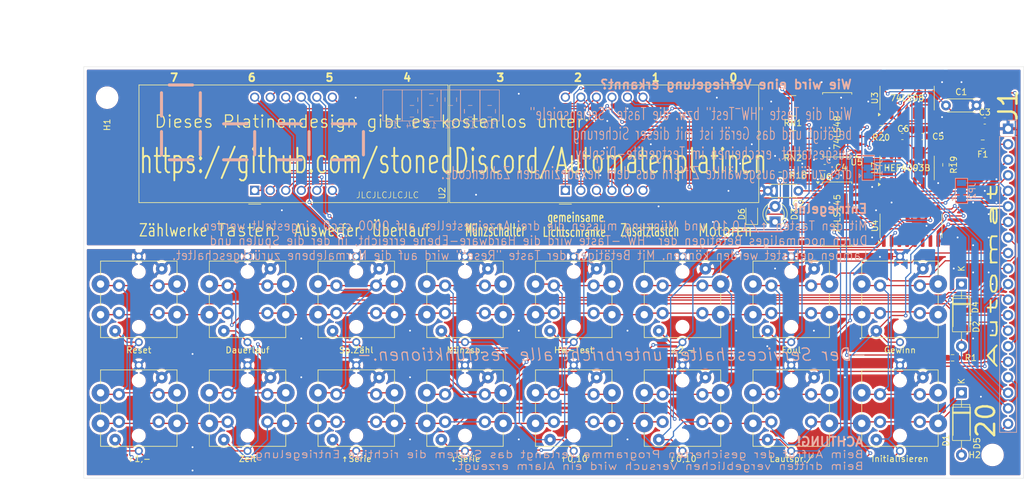
<source format=kicad_pcb>
(kicad_pcb (version 20241229) (generator "pcbnew") (generator_version "9.0")
  (layers (0 "F.Cu" signal) (2 "B.Cu" signal) (13 "F.Paste" user) (15 "B.Paste" user) (5 "F.SilkS" user "F.Silkscreen") (7 "B.SilkS" user "B.Silkscreen") (1 "F.Mask" user) (3 "B.Mask" user) (25 "Edge.Cuts" user))
  (net 0 "")
  (net 1 "/TZ7")
  (net 2 "Net-(D1-K)")
  (net 3 "Net-(D2-K)")
  (net 4 "/TZ6")
  (net 5 "/S2")
  (net 6 "/TS0")
  (net 7 "/A0")
  (net 8 "/TS4")
  (net 9 "+5V")
  (net 10 "/TS2")
  (net 11 "/A1")
  (net 12 "/TS3")
  (net 13 "/S1")
  (net 14 "/TS7")
  (net 15 "/TS6")
  (net 16 "GND")
  (net 17 "/TS1")
  (net 18 "/A2")
  (net 19 "/S0")
  (net 20 "/A3")
  (net 21 "/S3")
  (net 22 "/TS5")
  (net 23 "GND1")
  (net 24 "Net-(C5-Pad2)")
  (net 25 "Net-(C5-Pad1)")
  (net 26 "Net-(RN1D-R4.1)")
  (net 27 "Net-(RN1D-R4.2)")
  (net 28 "Net-(C6-Pad2)")
  (net 29 "Net-(RN1B-R2.2)")
  (net 30 "Net-(J1-Pin_2)")
  (net 31 "Net-(RN1C-R3.2)")
  (net 32 "Net-(JP1-B)")
  (net 33 "Net-(JP2-C)")
  (net 34 "Net-(RN1A-R1.2)")
  (net 35 "Net-(RN1A-R1.1)")
  (net 36 "Net-(RN1C-R3.1)")
  (net 37 "Net-(RN1B-R2.1)")
  (net 38 "Net-(D3-A)")
  (net 39 "Net-(U1-CC1)")
  (net 40 "Net-(U1-CC2)")
  (net 41 "Net-(U1-CC3)")
  (net 42 "Net-(U1-CC4)")
  (net 43 "Net-(U2-CC2)")
  (net 44 "Net-(U2-CC3)")
  (net 45 "Net-(U2-CC4)")
  (net 46 "Net-(U2-CC1)")
  (net 47 "Net-(JP1-C)")
  (net 48 "Net-(JP1-A)")
  (net 49 "Net-(RN2A-R1.2)")
  (net 50 "Net-(RN2C-R3.1)")
  (net 51 "Net-(RN2D-R4.2)")
  (net 52 "Net-(RN2B-R2.1)")
  (net 53 "Net-(RN2C-R3.2)")
  (net 54 "Net-(RN2A-R1.1)")
  (net 55 "Net-(RN2D-R4.1)")
  (net 57 "Net-(U3-Pad10)")
  (net 58 "Net-(U3-Pad2)")
  (net 63 "Net-(U7-Pad10)")
  (net 64 "LED2")
  (net 65 "LED0")
  (net 66 "LED4")
  (net 67 "LED6")
  (net 69 "LED3")
  (net 70 "LED8")
  (net 71 "LED1")
  (net 72 "LED7")
  (net 73 "LED9")
  (net 74 "LED5")
  (net 75 "Net-(RN2B-R2.2)")
  (footprint "Resistor_SMD:R_0603_1608Metric" (layer "F.Cu") (at 166.18 73.025 180)
    (property "Reference" "R1")
    (property "Value" "470 Ω")
  )
  (footprint "Resistor_SMD:R_0603_1608Metric" (layer "F.Cu") (at 137.985 43.18 180)
    (property "Reference" "R18")
    (property "Value" "470 Ω")
  )
  (footprint "ChinaButton:SW_SPST_Combination_12mm" (layer "F.Cu") (at 157.58 81.24)
    (property "Reference" "SW9")
    (property "Value" "Initialisieren")
  )
  (footprint "MountingHole:MountingHole_3.2mm_M3" (layer "F.Cu") (at 27.94 30.48 -90)
    (property "Reference" "H1")
    (property "Value" "MountingHole")
  )
  (footprint "Resistor_SMD:R_Array_Convex_4x0603" (layer "F.Cu") (at 140.07 31.82 180)
    (property "Reference" "RN1")
    (property "Value" "R_Pack04_Split")
  )
  (footprint "ChinaButton:SW_SPST_Combination_12mm" (layer "F.Cu") (at 50.9 63.46)
    (property "Reference" "SW7")
    (property "Value" "Dauerlauf")
  )
  (footprint "ChinaButton:SW_SPST_Combination_12mm" (layer "F.Cu") (at 122.02 81.24)
    (property "Reference" "SW11")
    (property "Value" "↓0,10")
  )
  (footprint "Resistor_SMD:R_Array_Convex_4x0603" (layer "F.Cu") (at 140.07 37.535 180)
    (property "Reference" "RN2")
    (property "Value" "R_Pack04_Split")
  )
  (footprint "Package_SO:SOIC-16_3.9x9.9mm_P1.27mm" (layer "F.Cu") (at 159.385 51.435 90)
    (property "Reference" "U4")
    (property "Value" "4017")
  )
  (footprint "Display_7Segment:CA56-12CGKWA" (layer "F.Cu") (at 102.87 45.6425 90)
    (property "Reference" "U2")
    (property "Value" "CC56-12CGKWA" (hide yes))
  )
  (footprint "ChinaButton:SW_SPST_Combination_12mm" (layer "F.Cu") (at 104.24 81.24)
    (property "Reference" "SW12")
    (property "Value" "↑0,10")
  )
  (footprint "Diode_THT:D_A-405_P10.16mm_Horizontal" (layer "F.Cu") (at 167.64 60.96 -90)
    (property "Reference" "D2")
    (property "Value" "D")
  )
  (footprint "LED_SMD:LED_0805_2012Metric" (layer "F.Cu") (at 133.35 49.53 90)
    (property "Reference" "D6")
    (property "Value" "LED")
  )
  (footprint "ChinaButton:SW_SPST_Combination_12mm" (layer "F.Cu") (at 50.9 81.24)
    (property "Reference" "SW15")
    (property "Value" "Zeit")
  )
  (footprint "Package_SO:SOIC-14_3.9x8.7mm_P1.27mm" (layer "F.Cu") (at 158.75 30.545 90)
    (property "Reference" "U3")
    (property "Value" "74LS08")
  )
  (footprint "LED_THT:LED_D3.0mm" (layer "F.Cu") (at 137.16 50.8 90)
    (property "Reference" "D3")
    (property "Value" "LED")
  )
  (footprint "Fuse:Fuse_0805_2012Metric" (layer "F.Cu") (at 171.1175 38.1 180)
    (property "Reference" "F1")
    (property "Value" "Fuse")
  )
  (footprint "Resistor_SMD:R_0603_1608Metric" (layer "F.Cu") (at 165.1 41.465 90)
    (property "Reference" "R19")
    (property "Value" "180 kΩ")
  )
  (footprint "Capacitor_SMD:C_0603_1608Metric" (layer "F.Cu") (at 145.275 41.91)
    (property "Reference" "C4")
    (property "Value" "C")
  )
  (footprint "ChinaButton:SW_SPST_Combination_12mm" (layer "F.Cu") (at 68.68 81.24)
    (property "Reference" "SW14")
    (property "Value" "↑Serie")
  )
  (footprint "ChinaButton:SW_SPST_Combination_12mm" (layer "F.Cu") (at 68.68 63.46)
    (property "Reference" "SW6")
    (property "Value" "Sp.Zähl")
  )
  (footprint "ChinaButton:SW_SPST_Combination_12mm" (layer "F.Cu") (at 33.12 63.46)
    (property "Reference" "SW8")
    (property "Value" "Reset")
  )
  (footprint "Diode_THT:D_A-405_P10.16mm_Horizontal" (layer "F.Cu") (at 167.64 78.74 -90)
    (property "Reference" "D1")
    (property "Value" "D")
  )
  (footprint "Package_SO:SOIC-16_4.55x10.3mm_P1.27mm" (layer "F.Cu") (at 147.32 34.925 180)
    (property "Reference" "U5")
    (property "Value" "74LS48")
  )
  (footprint "ChinaButton:SW_SPST_Combination_12mm" (layer "F.Cu") (at 33.12 81.24)
    (property "Reference" "SW16")
    (property "Value" "↑1,-")
  )
  (footprint "Package_SO:SOIC-16_4.55x10.3mm_P1.27mm" (layer "F.Cu") (at 147.32 49.53)
    (property "Reference" "U6")
    (property "Value" "74LS145")
  )
  (footprint "ChinaButton:SW_SPST_Combination_12mm" (layer "F.Cu") (at 104.24 63.46)
    (property "Reference" "SW4")
    (property "Value" "HW-Test")
  )
  (footprint "ChinaButton:SW_SPST_Combination_12mm" (layer "F.Cu") (at 157.58 63.46)
    (property "Reference" "SW1")
    (property "Value" "Gewinn")
  )
  (footprint "ChinaButton:SW_SPST_Combination_12mm" (layer "F.Cu") (at 122.02 63.46)
    (property "Reference" "SW3")
    (property "Value" "↙2,-")
  )
  (footprint "MountingHole:MountingHole_3.2mm_M3" (layer "F.Cu") (at 172.72 88.9)
    (property "Reference" "H2")
    (property "Value" "MountingHole")
  )
  (footprint "Capacitor_SMD:C_0603_1608Metric" (layer "F.Cu") (at 157.975 36.83 180)
    (property "Reference" "C6")
    (property "Value" "1000pF")
  )
  (footprint "ChinaButton:SW_SPST_Combination_12mm" (layer "F.Cu") (at 139.8 81.24)
    (property "Reference" "SW10")
    (property "Value" "Lautspr./")
  )
  (footprint "Diode_SMD:D_SOD-128" (layer "F.Cu") (at 167.64 66.04 -90)
    (property "Reference" "D4")
    (property "Value" "D")
  )
  (footprint "Package_SO:SOIC-14_3.9x8.7mm_P1.27mm" (layer "F.Cu") (at 158.75 41.975 90)
    (property "Reference" "U7")
    (property "Value" "HEF4093B")
  )
  (footprint "ChinaButton:SW_SPST_Combination_12mm" (layer "F.Cu") (at 139.8 63.46)
    (property "Reference" "SW2")
    (property "Value" "Foul")
  )
  (footprint "Resistor_SMD:R_0603_1608Metric" (layer "F.Cu") (at 154.495 35.56 180)
    (property "Reference" "R20")
    (property "Value" "180 kΩ")
  )
  (footprint "Capacitor_SMD:C_0603_1608Metric" (layer "F.Cu") (at 161.29 36.83)
    (property "Reference" "C5")
    (property "Value" "1000pF")
  )
  (footprint "Display_7Segment:CA56-12CGKWA" (layer "F.Cu") (at 52.07 45.6425 90)
    (property "Reference" "U1" (hide yes))
    (property "Value" "CC56-12CGKWA")
  )
  (footprint "Capacitor_SMD:C_0603_1608Metric" (layer "F.Cu") (at 171.45 34.29)
    (property "Reference" "C3")
    (property "Value" "C")
  )
  (footprint "ChinaButton:SW_SPST_Combination_12mm" (layer "F.Cu") (at 86.46 63.46)
    (property "Reference" "SW5")
    (property "Value" "Münzsp.")
  )
  (footprint "Capacitor_THT:C_Disc_D4.3mm_W1.9mm_P5.00mm" (layer "F.Cu") (at 140.97 45.72 180)
    (property "Reference" "C2")
    (property "Value" "C")
  )
  (footprint "Capacitor_THT:C_Disc_D4.3mm_W1.9mm_P5.00mm" (layer "F.Cu") (at 165.1 31.75)
    (property "Reference" "C1")
    (property "Value" "C")
  )
  (footprint "ChinaButton:SW_SPST_Combination_12mm" (layer "F.Cu") (at 86.46 81.24)
    (property "Reference" "SW13")
    (property "Value" "↓Serie")
  )
  (footprint "Diode_SMD:D_SOD-128" (layer "F.Cu") (at 167.64 83.82 -90)
    (property "Reference" "D5")
    (property "Value" "D")
  )
  (footprint "Jumper:SolderJumper-3_P1.3mm_Bridged12_Pad1.0x1.5mm" (layer "B.Cu") (at 152.4 41.94 90)
    (property "Reference" "JP1")
    (property "Value" "Invers")
  )
  (footprint "Jumper:SolderJumper-3_P1.3mm_Bridged12_Pad1.0x1.5mm" (layer "B.Cu") (at 167.64 45.72 90)
    (property "Reference" "JP2")
    (property "Value" "Geschwindigkeit")
  )
  (footprint "Connector_PinHeader_2.54mm:PinHeader_1x20_P2.54mm_Vertical" (layer "B.Cu") (at 175.26 35.56 180)
    (property "Reference" "J1")
    (property "Value" "Automat")
  )
  (gr_line (start 81.28 31.75) (end 80.645 31.75) (stroke (width 0.1)) (layer "B.SilkS"))
  (gr_line (start 78.74 33.02) (end 78.74 32.385) (stroke (width 0.1)) (layer "B.SilkS"))
  (gr_rect (start 88.9 29.21) (end 92.075 34.29) (stroke (width 0.1)) (fill no) (layer "B.SilkS"))
  (gr_line (start 68.58 40.64) (end 64.77 40.64) (stroke (width 0.5)) (layer "B.SilkS"))
  (gr_line (start 60.96 36.026) (end 60.96 39.836) (stroke (width 0.5)) (layer "B.SilkS"))
  (gr_line (start 43.18 29.676) (end 43.18 33.486) (stroke (width 0.5)) (layer "B.SilkS"))
  (gr_line (start 68.58 34.756) (end 64.77 34.756) (stroke (width 0.5)) (layer "B.SilkS"))
  (gr_rect (start 79.375 29.21) (end 82.55 34.29) (stroke (width 0.1)) (fill no) (layer "B.SilkS"))
  (gr_line (start 90.17 33.655) (end 90.805 33.655) (stroke (width 0.1)) (layer "B.SilkS"))
  (gr_line (start 69.85 36.026) (end 69.85 39.836) (stroke (width 0.5)) (layer "B.SilkS"))
  (gr_rect (start 85.725 29.21) (end 88.9 34.29) (stroke (width 0.1)) (fill no) (layer "B.SilkS"))
  (gr_line (start 77.47 33.655) (end 78.105 33.655) (stroke (width 0.1)) (layer "B.SilkS"))
  (gr_line (start 59.69 34.756) (end 55.88 34.756) (stroke (width 0.5)) (layer "B.SilkS"))
  (gr_line (start 50.8 34.756) (end 46.99 34.756) (stroke (width 0.5)) (layer "B.SilkS"))
  (gr_line (start 80.645 29.845) (end 81.28 29.845) (stroke (width 0.1)) (layer "B.SilkS"))
  (gr_line (start 36.83 29.676) (end 36.83 33.486) (stroke (width 0.5)) (layer "B.SilkS"))
  (gr_line (start 85.09 30.48) (end 85.09 31.115) (stroke (width 0.1)) (layer "B.SilkS"))
  (gr_line (start 81.915 30.48) (end 81.915 31.115) (stroke (width 0.1)) (layer "B.SilkS"))
  (gr_line (start 87.63 31.75) (end 86.995 31.75) (stroke (width 0.1)) (layer "B.SilkS"))
  (gr_line (start 78.74 30.48) (end 78.74 31.115) (stroke (width 0.1)) (layer "B.SilkS"))
  (gr_rect (start 82.55 29.21) (end 85.725 34.29) (stroke (width 0.1)) (fill no) (layer "B.SilkS"))
  (gr_line (start 84.455 31.75) (end 83.82 31.75) (stroke (width 0.1)) (layer "B.SilkS"))
  (gr_line (start 90.805 31.75) (end 90.17 31.75) (stroke (width 0.1)) (layer "B.SilkS"))
  (gr_line (start 41.91 40.64) (end 38.1 40.64) (stroke (width 0.5)) (layer "B.SilkS"))
  (gr_line (start 41.91 28.406) (end 38.1 28.406) (stroke (width 0.5)) (layer "B.SilkS"))
  (gr_line (start 86.36 33.02) (end 86.36 32.385) (stroke (width 0.1)) (layer "B.SilkS"))
  (gr_line (start 86.36 32.385) (end 86.36 33.02) (stroke (width 0.1)) (layer "B.SilkS"))
  (gr_rect (start 76.2 29.21) (end 79.375 34.29) (stroke (width 0.1)) (fill no) (layer "B.SilkS"))
  (gr_line (start 78.105 31.75) (end 77.47 31.75) (stroke (width 0.1)) (layer "B.SilkS"))
  (gr_line (start 43.18 36.026) (end 43.18 39.836) (stroke (width 0.5)) (layer "B.SilkS"))
  (gr_line (start 36.83 39.836) (end 36.83 36.026) (stroke (width 0.5)) (layer "B.SilkS"))
  (gr_line (start 50.8 40.64) (end 46.99 40.64) (stroke (width 0.5)) (layer "B.SilkS"))
  (gr_line (start 83.185 31.115) (end 83.185 30.48) (stroke (width 0.1)) (layer "B.SilkS"))
  (gr_line (start 80.645 33.655) (end 81.28 33.655) (stroke (width 0.1)) (layer "B.SilkS"))
  (gr_rect (start 73.025 29.21) (end 76.2 34.29) (stroke (width 0.1)) (fill no) (layer "B.SilkS"))
  (gr_line (start 91.44 33.02) (end 91.44 32.385) (stroke (width 0.1)) (layer "B.SilkS"))
  (gr_line (start 52.07 36.026) (end 52.07 39.836) (stroke (width 0.5)) (layer "B.SilkS"))
  (gr_line (start 86.995 33.655) (end 87.63 33.655) (stroke (width 0.1)) (layer "B.SilkS"))
  (gr_line (start 59.703 40.64) (end 55.893 40.64) (stroke (width 0.5)) (layer "B.SilkS"))
  (gr_rect (start 24.13 25.4) (end 177.8 92.71) (stroke (width 0.05)) (fill no) (layer "Edge.Cuts"))
  (gr_text "Motoren" (at 124.46 53.34 0) (layer "F.SilkS") (effects (font (size 2 1.5) (thickness 0.2)) (justify left bottom)))
  (gr_text "6" (at 50.8 27.94 0) (layer "F.SilkS") (effects (font (size 1.27 1.27) (thickness 0.3) (bold yes)) (justify left bottom)))
  (gr_text "7" (at 38.1 27.94 0) (layer "F.SilkS") (effects (font (size 1.27 1.27) (thickness 0.3) (bold yes)) (justify left bottom)))
  (gr_text "4" (at 76.2 27.94 0) (layer "F.SilkS") (effects (font (size 1.27 1.27) (thickness 0.3) (bold yes)) (justify left bottom)))
  (gr_text "Tasten" (at 45.72 53.34 0) (layer "F.SilkS") (effects (font (size 2 2) (thickness 0.2) (bold yes)) (justify left bottom)))
  (gr_text "2" (at 104.14 27.94 0) (layer "F.SilkS") (effects (font (size 1.27 1.27) (thickness 0.3) (bold yes)) (justify left bottom)))
  (gr_text "20" (at 173.355 86.36 90) (layer "F.SilkS") (effects (font (size 3 3) (thickness 0.4)) (justify left bottom)))
  (gr_text "Überlauf" (at 71.12 53.34 0) (layer "F.SilkS") (effects (font (size 2 1.5) (thickness 0.2)) (justify left bottom)))
  (gr_text "3" (at 91.44 27.94 0) (layer "F.SilkS") (effects (font (size 1.27 1.27) (thickness 0.3) (bold yes)) (justify left bottom)))
  (gr_text "Zählwerke" (at 33.02 53.34 0) (layer "F.SilkS") (effects (font (size 2 1.5) (thickness 0.2) (bold yes)) (justify left bottom)))
  (gr_text "Dieses Platinendesign gibt es kostenlos unter:" (at 35.56 35.56 0) (layer "F.SilkS") (effects (font (size 2 2) (thickness 0.2)) (justify left bottom)))
  (gr_text "1" (at 116.84 27.94 0) (layer "F.SilkS") (effects (font (size 1.27 1.27) (thickness 0.3) (bold yes)) (justify left bottom)))
  (gr_text "JLCJLCJLCJLC" (at 68.58 46.99 0) (layer "F.SilkS") (effects (font (size 1 1) (thickness 0.1)) (justify left bottom)))
  (gr_text "5" (at 63.5 27.94 0) (layer "F.SilkS") (effects (font (size 1.27 1.27) (thickness 0.3) (bold yes)) (justify left bottom)))
  (gr_text "0" (at 129.54 27.94 0) (layer "F.SilkS") (effects (font (size 1.27 1.27) (thickness 0.3) (bold yes)) (justify left bottom)))
  (gr_text "Zusatztasten" (at 111.76 53.34 0) (layer "F.SilkS") (effects (font (size 2 1) (thickness 0.2) (bold yes)) (justify left bottom)))
  (gr_text "https://github.com/stonedDiscord/Automatenplatinen" (at 33.02 43.18 0) (layer "F.SilkS") (effects (font (size 4 2.5) (thickness 0.3)) (justify left bottom)))
  (gr_text " gemeinsame\nLichtschranke" (at 99.06 53.34 0) (layer "F.SilkS") (effects (font (size 1.5 1) (thickness 0.2) (bold yes)) (justify left bottom)))
  (gr_text "Auswerfer" (at 58.42 53.34 0) (layer "F.SilkS") (effects (font (size 2 1.5) (thickness 0.2)) (justify left bottom)))
  (gr_text "Münzschalter" (at 86.36 53.34 0) (layer "F.SilkS") (effects (font (size 2 1) (thickness 0.2) (bold yes)) (justify left bottom)))
  (gr_text "10" (at 91.44 35.56 -0) (layer "B.SilkS") (effects (font (size 1 1) (thickness 0.1)) (justify left bottom mirror)))
  (gr_text "15" (at 75.565 35.56 -0) (layer "B.SilkS") (effects (font (size 1 1) (thickness 0.1)) (justify left bottom mirror)))
  (gr_text "11" (at 88.265 35.56 -0) (layer "B.SilkS") (effects (font (size 1 1) (thickness 0.1)) (justify left bottom mirror)))
  (gr_text "14" (at 78.74 35.56 -0) (layer "B.SilkS") (effects (font (size 1 1) (thickness 0.1)) (justify left bottom mirror)))
  (gr_text "Wird die Taste {dblquote}HW⁻Test{dblquote} bzw. die Taste {dblquote}Serienspiele{dblquote}\nbetätigt und das Gerät ist mit dieser Sicherung\nausgestattet, erscheinen im Testgeräte-Display\ndrei zufällig ausgewählte Ziffern aus dem hexadezimalen Zahlencode." (at 149.86 43.99 0) (layer "B.SilkS") (effects (font (size 2 1.25)) (justify left bottom mirror)))
  (gr_text "Entriegeln!" (at 152.4 49.53 0) (layer "B.SilkS") (effects (font (size 1.5 1.5) (thickness 0.3) (bold yes)) (justify left bottom mirror)))
  (gr_text "Beim Aufruf der gesicherten Programme verlangt das System die richtige Entriegelung.\nBeim dritten vergeblichen Versuch wird ein Alarm erzeugt." (at 151.765 91.44 0) (layer "B.SilkS") (effects (font (size 1.2 1.5)) (justify left bottom mirror)))
  (gr_text "12" (at 85.09 35.56 -0) (layer "B.SilkS") (effects (font (size 1 1) (thickness 0.1)) (justify left bottom mirror)))
  (gr_text "ACHTUNG!" (at 151.765 87.63 0) (layer "B.SilkS") (effects (font (size 1.5 1.5) (thickness 0.3) (bold yes)) (justify left bottom mirror)))
  (gr_text "13" (at 81.915 35.56 -0) (layer "B.SilkS") (effects (font (size 1 1) (thickness 0.1)) (justify left bottom mirror)))
  (gr_text "-Der Serviceschalter unterbricht alle Testfunktionen.-" (at 152.4 73.66 0) (layer "B.SilkS") (effects (font (size 2 2) (thickness 0.2) (italic yes)) (justify left bottom mirror)))
  (gr_text "Mit den Tasten ↑/↓0,10 und Münzung müssen die drei Anzeigestellen auf 0000 ccc0 eingestellt werden.\nDurch nochmaliges Betätigen der {dblquote}HW{dblquote}-Taste wird die Hardware-Ebene erreicht, in der die Spulen und\nLampen getestet werden können. Mit Betätigen der Taste {dblquote}Reset{dblquote} wird auf die Normalebene zurückgeschaltet." (at 152.4 57.15 0) (layer "B.SilkS") (effects (font (size 1.5 1.35)) (justify left bottom mirror)))
  (gr_text "Wie wird eine Verriegelung erkannt?" (at 149.86 29.21 0) (layer "B.SilkS") (effects (font (size 1.5 1.5) (thickness 0.3) (bold yes)) (justify left bottom mirror)))
  (segment (start 173.06 86.02) (end 175.26 83.82) (width 0.2) (layer "F.Cu") (net 1))
  (segment (start 167.64 86.02) (end 167.64 88.9) (width 0.2) (layer "F.Cu") (net 1))
  (segment (start 167.64 86.02) (end 173.06 86.02) (width 0.2) (layer "F.Cu") (net 1))
  (segment (start 128.27 83.74) (end 125.52 83.74) (width 0.2) (layer "F.Cu") (net 2))
  (segment (start 97.99 83.74) (end 100.74 83.74) (width 0.2) (layer "F.Cu") (net 2))
  (segment (start 29.02 83.74) (end 29.62 83.74) (width 0.2) (layer "F.Cu") (net 2))
  (segment (start 29.62 83.74) (end 29.87 83.49) (width 0.2) (layer "F.Cu") (net 2))
  (segment (start 136.55 83.49) (end 133.8 83.49) (width 0.2) (layer "F.Cu") (net 2))
  (segment (start 62.43 83.74) (end 57.15 83.74) (width 0.2) (layer "F.Cu") (net 2))
  (segment (start 115.77 83.74) (end 110.49 83.74) (width 0.2) (layer "F.Cu") (net 2))
  (segment (start 100.99 83.49) (end 107.49 83.49) (width 0.2) (layer "F.Cu") (net 2))
  (segment (start 74.93 83.74) (end 74.68 83.49) (width 0.2) (layer "F.Cu") (net 2))
  (segment (start 74.93 83.74) (end 80.21 83.74) (width 0.2) (layer "F.Cu") (net 2))
  (segment (start 29.02 83.74) (end 36.12 83.74) (width 0.2) (layer "F.Cu") (net 2))
  (segment (start 92.71 83.74) (end 97.99 83.74) (width 0.2) (layer "F.Cu") (net 2))
  (segment (start 163.58 83.49) (end 163.83 83.74) (width 0.2) (layer "F.Cu") (net 2))
  (segment (start 57.15 83.74) (end 54.4 83.74) (width 0.2) (layer "F.Cu") (net 2))
  (segment (start 44.65 83.74) (end 39.37 83.74) (width 0.2) (layer "F.Cu") (net 2))
  (segment (start 128.27 83.74) (end 133.55 83.74) (width 0.2) (layer "F.Cu") (net 2))
  (segment (start 133.8 83.49) (end 133.55 83.74) (width 0.2) (layer "F.Cu") (net 2))
  (segment (start 80.21 83.74) (end 82.96 83.74) (width 0.2) (layer "F.Cu") (net 2))
  (segment (start 82.96 83.74) (end 83.21 83.49) (width 0.2) (layer "F.Cu") (net 2))
  (segment (start 160.83 83.49) (end 163.58 83.49) (width 0.2) (layer "F.Cu") (net 2))
  (segment (start 54.4 83.74) (end 54.15 83.49) (width 0.2) (layer "F.Cu") (net 2))
  (segment (start 39.37 83.74) (end 36.62 83.74) (width 0.2) (layer "F.Cu") (net 2))
  (segment (start 36.62 83.74) (end 36.37 83.49) (width 0.2) (layer "F.Cu") (net 2))
  (segment (start 125.52 83.74) (end 125.27 83.49) (width 0.2) (layer "F.Cu") (net 2))
  (segment (start 92.46 83.49) (end 92.71 83.74) (width 0.2) (layer "F.Cu") (net 2))
  (segment (start 154.33 83.49) (end 160.83 83.49) (width 0.2) (layer "F.Cu") (net 2))
  (segment (start 65.43 83.49) (end 62.68 83.49) (width 0.2) (layer "F.Cu") (net 2))
  (segment (start 107.74 83.74) (end 107.49 83.49) (width 0.2) (layer "F.Cu") (net 2))
  (segment (start 74.68 83.49) (end 71.93 83.49) (width 0.2) (layer "F.Cu") (net 2))
  (segment (start 146.05 83.74) (end 151.33 83.74) (width 0.2) (layer "F.Cu") (net 2))
  (segment (start 89.71 83.49) (end 92.46 83.49) (width 0.2) (layer "F.Cu") (net 2))
  (segment (start 44.9 83.49) (end 44.65 83.74) (width 0.2) (layer "F.Cu") (net 2))
  (segment (start 145.8 83.49) (end 146.05 83.74) (width 0.2) (layer "F.Cu") (net 2))
  (segment (start 143.05 83.49) (end 145.8 83.49) (width 0.2) (layer "F.Cu") (net 2))
  (segment (start 110.49 83.74) (end 107.74 83.74) (width 0.2) (layer "F.Cu") (net 2))
  (segment (start 47.65 83.49) (end 44.9 83.49) (width 0.2) (layer "F.Cu") (net 2))
  (segment (start 26.87 83.74) (end 29.02 83.74) (width 0.2) (layer "F.Cu") (net 2))
  (segment (start 118.77 83.49) (end 116.02 83.49) (width 0.2) (layer "F.Cu") (net 2))
  (segment (start 100.74 83.74) (end 100.99 83.49) (width 0.2) (layer "F.Cu") (net 2))
  (segment (start 62.68 83.49) (end 62.43 83.74) (width 0.2) (layer "F.Cu") (net 2))
  (segment (start 151.33 83.74) (end 151.58 83.49) (width 0.2) (layer "F.Cu") (net 2))
  (segment (start 116.02 83.49) (end 115.77 83.74) (width 0.2) (layer "F.Cu") (net 2))
  (segment (start 71.93 83.49) (end 65.43 83.49) (width 0.2) (layer "F.Cu") (net 2))
  (segment (start 151.58 83.49) (end 154.33 83.49) (width 0.2) (layer "F.Cu") (net 2))
  (segment (start 165.95 81.62) (end 163.83 83.74) (width 0.2) (layer "F.Cu") (net 2))
  (segment (start 167.64 81.62) (end 165.95 81.62) (width 0.2) (layer "F.Cu") (net 2))
  (segment (start 36.12 83.74) (end 36.37 83.49) (width 0.2) (layer "F.Cu") (net 2))
  (segment (start 139.2183 87.238) (end 136.55 84.5697) (width 0.2) (layer "B.Cu") (net 2))
  (segment (start 51.3132 89.2259) (end 50.5173 89.2259) (width 0.2) (layer "B.Cu") (net 2))
  (segment (start 115.77 85.8179) (end 117.6089 87.6568) (width 0.2) (layer "B.Cu") (net 2))
  (segment (start 140.4138 87.238) (end 139.2183 87.238) (width 0.2) (layer "B.Cu") (net 2))
  (segment (start 163.83 82.55) (end 163.83 83.74) (width 0.2) (layer "B.Cu") (net 2))
  (segment (start 136.55 84.5697) (end 136.55 83.49) (width 0.2) (layer "B.Cu") (net 2))
  (segment (start 50.5173 89.2259) (end 48.558 87.2666) (width 0.2) (layer "B.Cu") (net 2))
  (segment (start 167.64 78.74) (end 163.83 82.55) (width 0.2) (layer "B.Cu") (net 2))
  (segment (start 118.7016 87.6568) (end 120.5461 85.8123) (width 0.2) (layer "B.Cu") (net 2))
  (segment (start 143.05 84.6018) (end 140.4138 87.238) (width 0.2) (layer "B.Cu") (net 2))
  (segment (start 143.05 83.49) (end 143.05 84.6018) (width 0.2) (layer "B.Cu") (net 2))
  (segment (start 48.558 84.398) (end 47.65 83.49) (width 0.2) (layer "B.Cu") (net 2))
  (segment (start 54.15 86.3891) (end 51.3132 89.2259) (width 0.2) (layer "B.Cu") (net 2))
  (segment (start 83.21 83.49) (end 89.71 83.49) (width 0.2) (layer "B.Cu") (net 2))
  (segment (start 115.77 83.74) (end 115.77 85.8179) (width 0.2) (layer "B.Cu") (net 2))
  (segment (start 120.5461 85.0898) (end 122.1459 83.49) (width 0.2) (layer "B.Cu") (net 2))
  (segment (start 122.1459 83.49) (end 125.27 83.49) (width 0.2) (layer "B.Cu") (net 2))
  (segment (start 54.15 83.49) (end 54.15 86.3891) (width 0.2) (layer "B.Cu") (net 2))
  (segment (start 120.5461 85.8123) (end 120.5461 85.0898) (width 0.2) (layer "B.Cu") (net 2))
  (segment (start 48.558 87.2666) (end 48.558 84.398) (width 0.2) (layer "B.Cu") (net 2))
  (segment (start 117.6089 87.6568) (end 118.7016 87.6568) (width 0.2) (layer "B.Cu") (net 2))
  (segment (start 154.5406 65.4994) (end 154.33 65.71) (width 0.2) (layer "F.Cu") (net 3))
  (segment (start 26.87 65.96) (end 29.02 65.96) (width 0.2) (layer "F.Cu") (net 3))
  (segment (start 57.15 65.96) (end 62.43 65.96) (width 0.2) (layer "F.Cu") (net 3))
  (segment (start 160.83 65.71) (end 163.58 65.71) (width 0.2) (layer "F.Cu") (net 3))
  (segment (start 71.93 65.71) (end 65.43 65.71) (width 0.2) (layer "F.Cu") (net 3))
  (segment (start 92.71 65.96) (end 89.96 65.96) (width 0.2) (layer "F.Cu") (net 3))
  (segment (start 97.99 65.96) (end 92.71 65.96) (width 0.2) (layer "F.Cu") (net 3))
  (segment (start 145.8 65.71) (end 146.05 65.96) (width 0.2) (layer "F.Cu") (net 3))
  (segment (start 29.62 65.96) (end 29.87 65.71) (width 0.2) (layer "F.Cu") (net 3))
  (segment (start 74.68 65.71) (end 71.93 65.71) (width 0.2) (layer "F.Cu") (net 3))
  (segment (start 163.58 65.71) (end 163.83 65.96) (width 0.2) (layer "F.Cu") (net 3))
  (segment (start 167.64 63.84) (end 167.3326 63.5326) (width 0.2) (layer "F.Cu") (net 3))
  (segment (start 143.05 65.71) (end 136.55 65.71) (width 0.2) (layer "F.Cu") (net 3))
  (segment (start 48.32 67.6513) (end 50.2613 65.71) (width 0.2) (layer "F.Cu") (net 3))
  (segment (start 39.12 65.71) (end 39.37 65.96) (width 0.2) (layer "F.Cu") (net 3))
  (segment (start 116.02 65.71) (end 115.77 65.96) (width 0.2) (layer "F.Cu") (net 3))
  (segment (start 44.9 65.71) (end 44.65 65.96) (width 0.2) (layer "F.Cu") (net 3))
  (segment (start 118.77 65.71) (end 116.02 65.71) (width 0.2) (layer "F.Cu") (net 3))
  (segment (start 29.02 65.96) (end 29.62 65.96) (width 0.2) (layer "F.Cu") (net 3))
  (segment (start 65.18 65.96) (end 65.43 65.71) (width 0.2) (layer "F.Cu") (net 3))
  (segment (start 54.15 65.71) (end 56.9 65.71) (width 0.2) (layer "F.Cu") (net 3))
  (segment (start 136.3 65.96) (end 136.55 65.71) (width 0.2) (layer "F.Cu") (net 3))
  (segment (start 100.99 65.71) (end 107.49 65.71) (width 0.2) (layer "F.Cu") (net 3))
  (segment (start 98.24 65.71) (end 100.99 65.71) (width 0.2) (layer "F.Cu") (net 3))
  (segment (start 29.02 65.96) (end 36.12 65.96) (width 0.2) (layer "F.Cu") (net 3))
  (segment (start 133.55 65.96) (end 136.3 65.96) (width 0.2) (layer "F.Cu") (net 3))
  (segment (start 36.12 65.96) (end 36.37 65.71) (width 0.2) (layer "F.Cu") (net 3))
  (segment (start 160.83 65.71) (end 160.6194 65.4994) (width 0.2) (layer "F.Cu") (net 3))
  (segment (start 80.46 65.71) (end 80.21 65.96) (width 0.2) (layer "F.Cu") (net 3))
  (segment (start 74.93 65.96) (end 74.68 65.71) (width 0.2) (layer "F.Cu") (net 3))
  (segment (start 115.77 65.96) (end 110.49 65.96) (width 0.2) (layer "F.Cu") (net 3))
  (segment (start 44.65 65.96) (end 39.37 65.96) (width 0.2) (layer "F.Cu") (net 3))
  (segment (start 125.52 65.96) (end 125.27 65.71) (width 0.2) (layer "F.Cu") (net 3))
  (segment (start 47.65 65.71) (end 44.9 65.71) (width 0.2) (layer "F.Cu") (net 3))
  (segment (start 89.71 65.71) (end 83.21 65.71) (width 0.2) (layer "F.Cu") (net 3))
  (segment (start 50.2613 65.71) (end 54.15 65.71) (width 0.2) (layer "F.Cu") (net 3))
  (segment (start 56.9 65.71) (end 57.15 65.96) (width 0.2) (layer "F.Cu") (net 3))
  (segment (start 97.99 65.96) (end 98.24 65.71) (width 0.2) (layer "F.Cu") (net 3))
  (segment (start 80.21 65.96) (end 74.93 65.96) (width 0.2) (layer "F.Cu") (net 3))
  (segment (start 128.27 65.96) (end 125.52 65.96) (width 0.2) (layer "F.Cu") (net 3))
  (segment (start 160.6194 65.4994) (end 154.5406 65.4994) (width 0.2) (layer "F.Cu") (net 3))
  (segment (start 107.49 65.71) (end 110.24 65.71) (width 0.2) (layer "F.Cu") (net 3))
  (segment (start 89.96 65.96) (end 89.71 65.71) (width 0.2) (layer "F.Cu") (net 3))
  (segment (start 110.24 65.71) (end 110.49 65.96) (width 0.2) (layer "F.Cu") (net 3))
  (segment (start 143.05 65.71) (end 145.8 65.71) (width 0.2) (layer "F.Cu") (net 3))
  (segment (start 36.37 65.71) (end 39.12 65.71) (width 0.2) (layer "F.Cu") (net 3))
  (segment (start 151.33 65.96) (end 146.05 65.96) (width 0.2) (layer "F.Cu") (net 3))
  (segment (start 118.77 65.71) (end 125.27 65.71) (width 0.2) (layer "F.Cu") (net 3))
  (segment (start 167.3326 63.5326) (end 165.7627 63.5326) (width 0.2) (layer "F.Cu") (net 3))
  (segment (start 151.58 65.71) (end 154.33 65.71) (width 0.2) (layer "F.Cu") (net 3))
  (segment (start 133.55 65.96) (end 128.27 65.96) (width 0.2) (layer "F.Cu") (net 3))
  (segment (start 62.43 65.96) (end 65.18 65.96) (width 0.2) (layer "F.Cu") (net 3))
  (segment (start 151.33 65.96) (end 151.58 65.71) (width 0.2) (layer "F.Cu") (net 3))
  (segment (start 83.21 65.71) (end 80.46 65.71) (width 0.2) (layer "F.Cu") (net 3))
  (via (at 48.32 67.6513) (size 0.6) (drill 0.3) (layers "F.Cu" "B.Cu") (net 3))
  (via (at 165.7627 63.5326) (size 0.6) (drill 0.3) (layers "F.Cu" "B.Cu") (net 3))
  (segment (start 48.32 66.38) (end 48.32 67.6513) (width 0.2) (layer "B.Cu") (net 3))
  (segment (start 165.7627 62.8373) (end 167.64 60.96) (width 0.2) (layer "B.Cu") (net 3))
  (segment (start 163.83 65.4653) (end 163.83 65.96) (width 0.2) (layer "B.Cu") (net 3))
  (segment (start 47.65 65.71) (end 48.32 66.38) (width 0.2) (layer "B.Cu") (net 3))
  (segment (start 165.7627 63.5326) (end 163.83 65.4653) (width 0.2) (layer "B.Cu") (net 3))
  (segment (start 165.7627 63.5326) (end 165.7627 62.8373) (width 0.2) (layer "B.Cu") (net 3))
  (segment (start 167.64 71.12) (end 167.64 68.24) (width 0.2) (layer "F.Cu") (net 4))
  (segment (start 167.64 71.12) (end 167.64 73.66) (width 0.2) (layer "B.Cu") (net 4))
  (segment (start 167.64 73.66) (end 175.26 81.28) (width 0.2) (layer "B.Cu") (net 4))
  (segment (start 175.26 45.72) (end 174.0569 46.9231) (width 0.2) (layer "F.Cu") (net 5))
  (segment (start 153.9854 46.9231) (end 152.0135 48.895) (width 0.2) (layer "F.Cu") (net 5))
  (segment (start 174.0569 46.9231) (end 153.9854 46.9231) (width 0.2) (layer "F.Cu") (net 5))
  (segment (start 152.0135 48.895) (end 150.57 48.895) (width 0.2) (layer "F.Cu") (net 5))
  (segment (start 175.26 45.72) (end 173.96 44.42) (width 0.2) (layer "B.Cu") (net 5))
  (segment (start 173.96 44.42) (end 167.64 44.42) (width 0.2) (layer "B.Cu") (net 5))
  (segment (start 161.08 60.96) (end 160.83 61.21) (width 0.2) (layer "F.Cu") (net 6))
  (segment (start 151.58 78.99) (end 154.269 78.99) (width 0.2) (layer "F.Cu") (net 6))
  (segment (start 151.33 60.96) (end 151.58 61.21) (width 0.2) (layer "F.Cu") (net 6))
  (segment (start 160.83 78.99) (end 163.58 78.99) (width 0.2) (layer "F.Cu") (net 6))
  (segment (start 163.83 60.96) (end 161.08 60.96) (width 0.2) (layer "F.Cu") (net 6))
  (segment (start 154.269 78.99) (end 160.83 78.99) (width 0.2) (layer "F.Cu") (net 6))
  (segment (start 165.4957 51.1983) (end 174.8617 51.1983) (width 0.2) (layer "F.Cu") (net 6))
  (segment (start 154.33 61.21) (end 160.83 61.21) (width 0.2) (layer "F.Cu") (net 6))
  (segment (start 151.33 78.74) (end 151.58 78.99) (width 0.2) (layer "F.Cu") (net 6))
  (segment (start 154.33 78.99) (end 154.269 78.99) (width 0.2) (layer "F.Cu") (net 6))
  (segment (start 163.58 78.99) (end 163.83 78.74) (width 0.2) (layer "F.Cu") (net 6))
  (segment (start 174.8617 51.1983) (end 175.26 50.8) (width 0.2) (layer "F.Cu") (net 6))
  (segment (start 151.58 61.21) (end 154.33 61.21) (width 0.2) (layer "F.Cu") (net 6))
  (via (at 165.4957 51.1983) (size 0.6) (drill 0.3) (layers "F.Cu" "B.Cu") (net 6))
  (segment (start 155.6724 77.6476) (end 154.33 78.99) (width 0.2) (layer "B.Cu") (net 6))
  (segment (start 154.33 61.21) (end 155.6724 62.5524) (width 0.2) (layer "B.Cu") (net 6))
  (segment (start 163.83 60.96) (end 163.83 52.864) (width 0.2) (layer "B.Cu") (net 6))
  (segment (start 163.83 52.864) (end 165.4957 51.1983) (width 0.2) (layer "B.Cu") (net 6))
  (segment (start 155.6724 62.5524) (end 155.6724 77.6476) (width 0.2) (layer "B.Cu") (net 6))
  (segment (start 160.02 32.596) (end 160.9526 31.6634) (width 0.2) (layer "F.Cu") (net 7))
  (segment (start 150.7528 31.75) (end 150.57 31.75) (width 0.2) (layer "F.Cu") (net 7))
  (segment (start 165.5048 26.8611) (end 164.6787 26.035) (width 0.2) (layer "F.Cu") (net 7))
  (segment (start 163.5424 31.6634) (end 165.5048 29.701) (width 0.2) (layer "F.Cu") (net 7))
  (segment (start 152.7269 29.7759) (end 150.7528 31.75) (width 0.2) (layer "F.Cu") (net 7))
  (segment (start 160.02 33.02) (end 160.02 32.596) (width 0.2) (layer "F.Cu") (net 7))
  (segment (start 164.6787 26.035) (end 155.3252 26.035) (width 0.2) (layer "F.Cu") (net 7))
  (segment (start 165.5048 29.701) (end 176.3671 29.701) (width 0.2) (layer "F.Cu") (net 7))
  (segment (start 155.3252 26.035) (end 152.7269 28.6333) (width 0.2) (layer "F.Cu") (net 7))
  (segment (start 152.7269 28.6333) (end 152.7269 29.7759) (width 0.2) (layer "F.Cu") (net 7))
  (segment (start 160.9526 31.6634) (end 163.5424 31.6634) (width 0.2) (layer "F.Cu") (net 7))
  (segment (start 165.5048 29.701) (end 165.5048 26.8611) (width 0.2) (layer "F.Cu") (net 7))
  (via (at 176.3671 29.701) (size 0.6) (drill 0.3) (layers "F.Cu" "B.Cu") (net 7))
  (segment (start 176.4378 29.7717) (end 176.4378 69.9422) (width 0.2) (layer "B.Cu") (net 7))
  (segment (start 176.3671 29.701) (end 176.4378 29.7717) (width 0.2) (layer "B.Cu") (net 7))
  (segment (start 176.4378 69.9422) (end 175.26 71.12) (width 0.2) (layer "B.Cu") (net 7))
  (segment (start 158.0861 75.2419) (end 144.3257 75.2419) (width 0.2) (layer "F.Cu") (net 8))
  (segment (start 80.46 78.99) (end 80.21 78.74) (width 0.2) (layer "F.Cu") (net 8))
  (segment (start 140.306 75.242) (end 138.9329 75.242) (width 0.2) (layer "F.Cu") (net 8))
  (segment (start 83.21 61.21) (end 89.71 61.21) (width 0.2) (layer "F.Cu") (net 8))
  (segment (start 80.46 61.21) (end 83.21 61.21) (width 0.2) (layer "F.Cu") (net 8))
  (segment (start 89.96 78.74) (end 89.71 78.99) (width 0.2) (layer "F.Cu") (net 8))
  (segment (start 106.1023 75.2419) (end 96.2081 75.2419) (width 0.2) (layer "F.Cu") (net 8))
  (segment (start 92.71 78.74) (end 89.96 78.74) (width 0.2) (layer "F.Cu") (net 8))
  (segment (start 108.7368 75.213) (end 108.5096 74.9858) (width 0.2) (layer "F.Cu") (net 8))
  (segment (start 124.1208 74.9264) (end 123.8342 75.213) (width 0.2) (layer "F.Cu") (net 8))
  (segment (start 83.21 78.99) (end 80.46 78.99) (width 0.2) (layer "F.Cu") (net 8))
  (segment (start 158.9251 74.4029) (end 158.0861 75.2419) (width 0.2) (layer "F.Cu") (net 8))
  (segment (start 138.6173 74.9264) (end 124.1208 74.9264) (width 0.2) (layer "F.Cu") (net 8))
  (segment (start 144.3257 75.2419) (end 144.0696 74.9858) (width 0.2) (layer "F.Cu") (net 8))
  (segment (start 144.0696 74.9858) (end 140.5622 74.9858) (width 0.2) (layer "F.Cu") (net 8))
  (segment (start 96.2081 75.2419) (end 92.71 78.74) (width 0.2) (layer "F.Cu") (net 8))
  (segment (start 92.46 61.21) (end 92.71 60.96) (width 0.2) (layer "F.Cu") (net 8))
  (segment (start 80.21 60.96) (end 80.46 61.21) (width 0.2) (layer "F.Cu") (net 8))
  (segment (start 89.71 61.21) (end 92.46 61.21) (width 0.2) (layer "F.Cu") (net 8))
  (segment (start 140.5622 74.9858) (end 140.306 75.242) (width 0.2) (layer "F.Cu") (net 8))
  (segment (start 171.4451 74.4029) (end 158.9251 74.4029) (width 0.2) (layer "F.Cu") (net 8))
  (segment (start 138.9329 75.242) (end 138.6173 74.9264) (width 0.2) (layer "F.Cu") (net 8))
  (segment (start 108.5096 74.9858) (end 106.3584 74.9858) (width 0.2) (layer "F.Cu") (net 8))
  (segment (start 106.3584 74.9858) (end 106.1023 75.2419) (width 0.2) (layer "F.Cu") (net 8))
  (segment (start 123.8342 75.213) (end 108.7368 75.213) (width 0.2) (layer "F.Cu") (net 8))
  (via (at 171.4451 74.4029) (size 0.6) (drill 0.3) (layers "F.Cu" "B.Cu") (net 8))
  (segment (start 171.4451 64.7749) (end 171.4451 74.4029) (width 0.2) (layer "B.Cu") (net 8))
  (segment (start 89.71 78.99) (end 85.8444 78.99) (width 0.2) (layer "B.Cu") (net 8))
  (segment (start 85.8444 78.99) (end 84.5272 77.6728) (width 0.2) (layer "B.Cu") (net 8))
  (segment (start 84.5272 77.6728) (end 83.21 78.99) (width 0.2) (layer "B.Cu") (net 8))
  (segment (start 83.21 61.21) (end 84.5272 62.5272) (width 0.2) (layer "B.Cu") (net 8))
  (segment (start 175.26 60.96) (end 171.4451 64.7749) (width 0.2) (layer "B.Cu") (net 8))
  (segment (start 84.5272 62.5272) (end 84.5272 77.6728) (width 0.2) (layer "B.Cu") (net 8))
  (segment (start 154.4928 39.9472) (end 144.6472 39.9472) (width 0.2) (layer "F.Cu") (net 9))
  (segment (start 154.94 39.5) (end 154.4928 39.9472) (width 0.2) (layer "F.Cu") (net 9))
  (segment (start 144.6472 39.9472) (end 144.6472 41.7628) (width 0.2) (layer "F.Cu") (net 9))
  (segment (start 144.6472 41.7628) (end 144.5 41.91) (width 0.2) (layer "F.Cu") (net 9))
  (segment (start 149.935 45.72) (end 149.4126 45.72) (width 0.2) (layer "F.Cu") (net 9))
  (segment (start 154.94 28.07) (end 154.94 29.21) (width 0.2) (layer "F.Cu") (net 9))
  (segment (start 138.81 43.18) (end 139.445 42.545) (width 0.2) (layer "F.Cu") (net 9))
  (segment (start 165.1 31.75) (end 167.64 34.29) (width 0.2) (layer "F.Cu") (net 9))
  (segment (start 144.5 41.91) (end 147.675 45.085) (width 0.2) (layer "F.Cu") (net 9))
  (segment (start 152.4 34.29) (end 153.67 35.56) (width 0.2) (layer "F.Cu") (net 9))
  (segment (start 170.18 38.1) (end 170.18 34.785) (width 0.2) (layer "F.Cu") (net 9))
  (segment (start 149.4126 45.72) (end 140.97 45.72) (width 0.2) (layer "F.Cu") (net 9))
  (segment (start 143.865 42.545) (end 144.5 41.91) (width 0.2) (layer "F.Cu") (net 9))
  (segment (start 167.64 34.29) (end 170.675 34.29) (width 0.2) (layer "F.Cu") (net 9))
  (segment (start 153.67 35.56) (end 154.4883 34.7417) (width 0.2) (layer "F.Cu") (net 9))
  (segment (start 149.7115 49.512) (end 154.388 49.512) (width 0.2) (layer "F.Cu") (net 9))
  (segment (start 170.1367 34.7417) (end 170.18 34.785) (width 0.2) (layer "F.Cu") (net 9))
  (segment (start 154.4883 34.7417) (end 170.1367 34.7417) (width 0.2) (layer "F.Cu") (net 9))
  (segment (start 139.445 42.545) (end 143.865 42.545) (width 0.2) (layer "F.Cu") (net 9))
  (segment (start 149.4126 45.72) (end 149.4126 49.2131) (width 0.2) (layer "F.Cu") (net 9))
  (segment (start 150.57 45.085) (end 149.935 45.72) (width 0.2) (layer "F.Cu") (net 9))
  (segment (start 149.4126 49.2131) (end 149.7115 49.512) (width 0.2) (layer "F.Cu") (net 9))
  (segment (start 150.57 34.29) (end 152.4 34.29) (width 0.2) (layer "F.Cu") (net 9))
  (segment (start 170.18 34.785) (end 170.675 34.29) (width 0.2) (layer "F.Cu") (net 9))
  (segment (start 154.94 28.07) (end 154.94 27.7082) (width 0.2) (layer "F.Cu") (net 9))
  (segment (start 147.675 45.085) (end 150.57 45.085) (width 0.2) (layer "F.Cu") (net 9))
  (segment (start 152.4 36.83) (end 152.4 36.96) (width 0.2) (layer "F.Cu") (net 9))
  (segment (start 144.6472 39.9472) (end 144.07 39.37) (width 0.2) (layer "F.Cu") (net 9))
  (segment (start 152.4 36.83) (end 150.57 36.83) (width 0.2) (layer "F.Cu") (net 9))
  (segment (start 153.67 35.56) (end 152.4 36.83) (width 0.2) (layer "F.Cu") (net 9))
  (segment (start 154.94 29.21) (end 155.575 29.845) (width 0.2) (layer "F.Cu") (net 9))
  (segment (start 154.388 49.512) (end 154.94 48.96) (width 0.2) (layer "F.Cu") (net 9))
  (segment (start 152.4 36.96) (end 154.94 39.5) (width 0.2) (layer "F.Cu") (net 9))
  (via (at 155.575 29.845) (size 0.6) (drill 0.3) (layers "F.Cu" "B.Cu") (net 9))
  (segment (start 162.8561 29.5061) (end 165.1 31.75) (width 0.2) (layer "B.Cu") (net 9))
  (segment (start 155.575 29.845) (end 155.9139 29.5061) (width 0.2) (layer "B.Cu") (net 9))
  (segment (start 155.9139 29.5061) (end 162.8561 29.5061) (width 0.2) (layer "B.Cu") (net 9))
  (segment (start 159.4422 57.462) (end 161.0242 55.88) (width 0.2) (layer "F.Cu") (net 10))
  (segment (start 161.0242 55.88) (end 175.26 55.88) (width 0.2) (layer "F.Cu") (net 10))
  (segment (start 131.7681 57.4619) (end 141.6623 57.4619) (width 0.2) (layer "F.Cu") (net 10))
  (segment (start 141.9288 57.1954) (end 151.2565 57.1954) (width 0.2) (layer "F.Cu") (net 10))
  (segment (start 151.2565 57.1954) (end 151.5231 57.462) (width 0.2) (layer "F.Cu") (net 10))
  (segment (start 118.77 61.21) (end 116.02 61.21) (width 0.2) (layer "F.Cu") (net 10))
  (segment (start 125.52 78.74) (end 125.27 78.99) (width 0.2) (layer "F.Cu") (net 10))
  (segment (start 118.77 78.99) (end 116.02 78.99) (width 0.2) (layer "F.Cu") (net 10))
  (segment (start 128.27 60.96) (end 131.7681 57.4619) (width 0.2) (layer "F.Cu") (net 10))
  (segment (start 141.6623 57.4619) (end 141.9288 57.1954) (width 0.2) (layer "F.Cu") (net 10))
  (segment (start 128.02 61.21) (end 125.27 61.21) (width 0.2) (layer "F.Cu") (net 10))
  (segment (start 118.77 61.21) (end 125.27 61.21) (width 0.2) (layer "F.Cu") (net 10))
  (segment (start 116.02 61.21) (end 115.77 60.96) (width 0.2) (layer "F.Cu") (net 10))
  (segment (start 151.5231 57.462) (end 159.4422 57.462) (width 0.2) (layer "F.Cu") (net 10))
  (segment (start 128.27 60.96) (end 128.02 61.21) (width 0.2) (layer "F.Cu") (net 10))
  (segment (start 125.27 78.99) (end 118.77 78.99) (width 0.2) (layer "F.Cu") (net 10))
  (segment (start 116.02 78.99) (end 115.77 78.74) (width 0.2) (layer "F.Cu") (net 10))
  (segment (start 128.27 78.74) (end 125.52 78.74) (width 0.2) (layer "F.Cu") (net 10))
  (segment (start 130.0283 62.7183) (end 128.27 60.96) (width 0.2) (layer "B.Cu") (net 10))
  (segment (start 130.0283 76.9817) (end 130.0283 62.7183) (width 0.2) (layer "B.Cu") (net 10))
  (segment (start 128.27 78.74) (end 130.0283 76.9817) (width 0.2) (layer "B.Cu") (net 10))
  (segment (start 154.305 33.655) (end 149.7819 33.655) (width 0.2) (layer "F.Cu") (net 11))
  (segment (start 149.0409 39.0709) (end 150.2709 39.0709) (width 0.2) (layer "F.Cu") (net 11))
  (segment (start 154.94 33.02) (end 154.305 33.655) (width 0.2) (layer "F.Cu") (net 11))
  (segment (start 149.7819 33.655) (end 149.0409 34.396) (width 0.2) (layer "F.Cu") (net 11))
  (segment (start 159.5964 73.8257) (end 158.3328 72.5621) (width 0.2) (layer "F.Cu") (net 11))
  (segment (start 150.2709 39.0709) (end 150.57 39.37) (width 0.2) (layer "F.Cu") (net 11))
  (segment (start 175.26 73.66) (end 171.3372 73.66) (width 0.2) (layer "F.Cu") (net 11))
  (segment (start 171.3372 73.66) (end 171.1715 73.8257) (width 0.2) (layer "F.Cu") (net 11))
  (segment (start 171.1715 73.8257) (end 159.5964 73.8257) (width 0.2) (layer "F.Cu") (net 11))
  (segment (start 149.0409 34.396) (end 149.0409 39.0709) (width 0.2) (layer "F.Cu") (net 11))
  (segment (start 158.3328 72.5621) (end 148.8904 72.5621) (width 0.2) (layer "F.Cu") (net 11))
  (via (at 148.8904 72.5621) (size 0.6) (drill 0.3) (layers "F.Cu" "B.Cu") (net 11))
  (via (at 149.0409 39.0709) (size 0.6) (drill 0.3) (layers "F.Cu" "B.Cu") (net 11))
  (segment (start 148.8335 72.5052) (end 148.8904 72.5621) (width 0.2) (layer "B.Cu") (net 11))
  (segment (start 149.0409 39.0709) (end 148.8335 39.2783) (width 0.2) (layer "B.Cu") (net 11))
  (segment (start 148.8335 39.2783) (end 148.8335 72.5052) (width 0.2) (layer "B.Cu") (net 11))
  (segment (start 110.49 60.96) (end 110.24 61.21) (width 0.2) (layer "F.Cu") (net 12))
  (segment (start 107.49 78.99) (end 100.99 78.99) (width 0.2) (layer "F.Cu") (net 12))
  (segment (start 100.74 60.96) (end 100.99 61.21) (width 0.2) (layer "F.Cu") (net 12))
  (segment (start 100.99 78.99) (end 98.24 78.99) (width 0.2) (layer "F.Cu") (net 12))
  (segment (start 107.49 61.21) (end 100.99 61.21) (width 0.2) (layer "F.Cu") (net 12))
  (segment (start 107.49 78.99) (end 110.24 78.99) (width 0.2) (layer "F.Cu") (net 12))
  (segment (start 170.0617 62.3483) (end 165.5282 62.3483) (width 0.2) (layer "F.Cu") (net 12))
  (segment (start 110.24 78.99) (end 110.49 78.74) (width 0.2) (layer "F.Cu") (net 12))
  (segment (start 98.24 78.99) (end 97.99 78.74) (width 0.2) (layer "F.Cu") (net 12))
  (segment (start 165.5282 62.3483) (end 165.1217 62.7548) (width 0.2) (layer "F.Cu") (net 12))
  (segment (start 97.99 60.96) (end 100.74 60.96) (width 0.2) (layer "F.Cu") (net 12))
  (segment (start 112.2848 62.7548) (end 110.49 60.96) (width 0.2) (layer "F.Cu") (net 12))
  (segment (start 173.99 58.42) (end 170.0617 62.3483) (width 0.2) (layer "F.Cu") (net 12))
  (segment (start 165.1217 62.7548) (end 112.2848 62.7548) (width 0.2) (layer "F.Cu") (net 12))
  (segment (start 110.24 61.21) (end 107.49 61.21) (width 0.2) (layer "F.Cu") (net 12))
  (segment (start 175.26 58.42) (end 173.99 58.42) (width 0.2) (layer "F.Cu") (net 12))
  (segment (start 100.99 61.21) (end 102.3318 62.5518) (width 0.2) (layer "B.Cu") (net 12))
  (segment (start 102.3318 77.6482) (end 100.99 78.99) (width 0.2) (layer "B.Cu") (net 12))
  (segment (start 102.3318 62.5518) (end 102.3318 77.6482) (width 0.2) (layer "B.Cu") (net 12))
  (segment (start 152.6391 47.625) (end 150.57 47.625) (width 0.2) (layer "F.Cu") (net 13))
  (segment (start 172.085 46.355) (end 153.9091 46.355) (width 0.2) (layer "F.Cu") (net 13))
  (segment (start 175.26 43.18) (end 172.085 46.355) (width 0.2) (layer "F.Cu") (net 13))
  (segment (start 153.9091 46.355) (end 152.6391 47.625) (width 0.2) (layer "F.Cu") (net 13))
  (segment (start 30.12 78.74) (end 29.87 78.99) (width 0.2) (layer "F.Cu") (net 14))
  (segment (start 167.9695 67.1902) (end 173.8702 67.1902) (width 0.2) (layer "F.Cu") (net 14))
  (segment (start 39.37 78.74) (end 37.22 78.74) (width 0.2) (layer "F.Cu") (net 14))
  (segment (start 27.12 78.99) (end 26.87 78.74) (width 0.2) (layer "F.Cu") (net 14))
  (segment (start 36.37 61.21) (end 36.62 60.96) (width 0.2) (layer "F.Cu") (net 14))
  (segment (start 27.12 61.21) (end 29.809 61.21) (width 0.2) (layer "F.Cu") (net 14))
  (segment (start 36.62 78.74) (end 36.37 78.99) (width 0.2) (layer "F.Cu") (net 14))
  (segment (start 39.37 60.96) (end 42.5903 64.1803) (width 0.2) (layer "F.Cu") (net 14))
  (segment (start 26.87 60.96) (end 27.12 61.21) (width 0.2) (layer "F.Cu") (net 14))
  (segment (start 173.8702 67.1902) (end 175.26 68.58) (width 0.2) (layer "F.Cu") (net 14))
  (segment (start 36.62 60.96) (end 39.37 60.96) (width 0.2) (layer "F.Cu") (net 14))
  (segment (start 164.9596 64.1803) (end 167.9695 67.1902) (width 0.2) (layer "F.Cu") (net 14))
  (segment (start 29.87 78.99) (end 27.12 78.99) (width 0.2) (layer "F.Cu") (net 14))
  (segment (start 37.22 78.74) (end 36.62 78.74) (width 0.2) (layer "F.Cu") (net 14))
  (segment (start 42.5903 64.1803) (end 164.9596 64.1803) (width 0.2) (layer "F.Cu") (net 14))
  (segment (start 29.809 61.21) (end 36.37 61.21) (width 0.2) (layer "F.Cu") (net 14))
  (segment (start 29.87 61.21) (end 29.809 61.21) (width 0.2) (layer "F.Cu") (net 14))
  (segment (start 37.22 78.74) (end 30.12 78.74) (width 0.2) (layer "F.Cu") (net 14))
  (segment (start 29.87 61.21) (end 31.2118 62.5518) (width 0.2) (layer "B.Cu") (net 14))
  (segment (start 31.2118 77.6482) (end 29.87 78.99) (width 0.2) (layer "B.Cu") (net 14))
  (segment (start 31.2118 62.5518) (end 31.2118 77.6482) (width 0.2) (layer "B.Cu") (net 14))
  (segment (start 175.26 66.04) (end 167.4189 66.04) (width 0.2) (layer "F.Cu") (net 15))
  (segment (start 54.4 78.74) (end 54.15 78.99) (width 0.2) (layer "F.Cu") (net 15))
  (segment (start 47.65 61.21) (end 44.9 61.21) (width 0.2) (layer "F.Cu") (net 15))
  (segment (start 167.4189 66.04) (end 164.9462 63.5673) (width 0.2) (layer "F.Cu") (net 15))
  (segment (start 55 60.96) (end 54.4 60.96) (width 0.2) (layer "F.Cu") (net 15))
  (segment (start 57.15 78.74) (end 55 78.74) (width 0.2) (layer "F.Cu") (net 15))
  (segment (start 59.7573 63.5673) (end 57.15 60.96) (width 0.2) (layer "F.Cu") (net 15))
  (segment (start 47.9 60.96) (end 47.65 61.21) (width 0.2) (layer "F.Cu") (net 15))
  (segment (start 47.9 78.74) (end 47.65 78.99) (width 0.2) (layer "F.Cu") (net 15))
  (segment (start 47.4 78.74) (end 47.65 78.99) (width 0.2) (layer "F.Cu") (net 15))
  (segment (start 57.15 60.96) (end 55 60.96) (width 0.2) (layer "F.Cu") (net 15))
  (segment (start 55 78.74) (end 47.9 78.74) (width 0.2) (layer "F.Cu") (net 15))
  (segment (start 55 78.74) (end 54.4 78.74) (width 0.2) (layer "F.Cu") (net 15))
  (segment (start 54.4 60.96) (end 54.15 61.21) (width 0.2) (layer "F.Cu") (net 15))
  (segment (start 55 60.96) (end 47.9 60.96) (width 0.2) (layer "F.Cu") (net 15))
  (segment (start 44.65 78.74) (end 47.4 78.74) (width 0.2) (layer "F.Cu") (net 15))
  (segment (start 164.9462 63.5673) (end 59.7573 63.5673) (width 0.2) (layer "F.Cu") (net 15))
  (segment (start 44.9 61.21) (end 44.65 60.96) (width 0.2) (layer "F.Cu") (net 15))
  (segment (start 48.9672 77.6728) (end 47.65 78.99) (width 0.2) (layer "B.Cu") (net 15))
  (segment (start 47.65 61.21) (end 48.9672 62.5272) (width 0.2) (layer "B.Cu") (net 15))
  (segment (start 48.9672 62.5272) (end 48.9672 77.6728) (width 0.2) (layer "B.Cu") (net 15))
  (segment (start 156.21 48.96) (end 156.21 47.625) (width 0.2) (layer "F.Cu") (net 16))
  (segment (start 161.313971 50.823971) (end 161.925 51.435) (width 0.2) (layer "F.Cu") (net 16))
  (segment (start 159.638972 50.823971) (end 161.313971 50.823971) (width 0.2) (layer "F.Cu") (net 16))
  (segment (start 144.646 54.551) (end 151.824 54.551) (width 0.2) (layer "F.Cu") (net 16))
  (segment (start 158.75 48.96) (end 158.75 49.934999) (width 0.2) (layer "F.Cu") (net 16))
  (segment (start 158.75 49.934999) (end 159.638972 50.823971) (width 0.2) (layer "F.Cu") (net 16))
  (segment (start 151.824 54.551) (end 153.035 53.34) (width 0.2) (layer "F.Cu") (net 16))
  (segment (start 144.07 53.975) (end 144.646 54.551) (width 0.2) (layer "F.Cu") (net 16))
  (segment (start 129.54 45.72) (end 135.97 45.72) (width 0.2) (layer "F.Cu") (net 16))
  (segment (start 153.67 48.26) (end 153.67 48.895) (width 0.2) (layer "F.Cu") (net 16))
  (segment (start 154.305 47.625) (end 153.67 48.26) (width 0.2) (layer "F.Cu") (net 16))
  (segment (start 156.21 47.625) (end 154.305 47.625) (width 0.2) (layer "F.Cu") (net 16))
  (via (at 144.78 27.94) (size 0.6) (drill 0.3) (layers "F.Cu" "B.Cu") (net 16))
  (via (at 169.545 47.625) (size 0.6) (drill 0.3) (layers "F.Cu" "B.Cu") (net 16))
  (via (at 118.11 48.26) (size 0.6) (drill 0.3) (layers "F.Cu" "B.Cu") (net 16))
  (via (at 167.64 27.94) (size 0.6) (drill 0.3) (layers "F.Cu" "B.Cu") (net 16))
  (via (at 166.37 58.42) (size 0.6) (drill 0.3) (layers "F.Cu" "B.Cu") (net 16))
  (via (at 129.54 45.72) (size 0.6) (drill 0.3) (layers "F.Cu" "B.Cu") (net 16))
  (via (at 109.728 34.29) (size 0.6) (drill 0.3) (layers "F.Cu" "B.Cu") (net 16))
  (via (at 169.545 64.135) (size 0.6) (drill 0.3) (layers "F.Cu" "B.Cu") (net 16))
  (via (at 127.635 30.48) (size 0.6) (drill 0.3) (layers "F.Cu" "B.Cu") (net 16))
  (via (at 164.465 27.94) (size 0.6) (drill 0.3) (layers "F.Cu" "B.Cu") (net 16))
  (via (at 154.94 37.465) (size 0.6) (drill 0.3) (layers "F.Cu" "B.Cu") (net 16))
  (via (at 133.35 38.1) (size 0.6) (drill 0.3) (layers "F.Cu" "B.Cu") (net 16))
  (via (at 147.955 43.18) (size 0.6) (drill 0.3) (layers "F.Cu" "B.Cu") (net 16))
  (via (at 173.355 43.815) (size 0.6) (drill 0.3) (layers "F.Cu" "B.Cu") (net 16))
  (via (at 131.445 41.275) (size 0.6) (drill 0.3) (layers "F.Cu" "B.Cu") (net 16))
  (via (at 153.67 48.895) (size 0.6) (drill 0.3) (layers "F.Cu" "B.Cu") (net 16))
  (via (at 146.05 38.735) (size 0.6) (drill 0.3) (layers "F.Cu" "B.Cu") (net 16))
  (via (at 156.21 47.625) (size 0.6) (drill 0.3) (layers "F.Cu" "B.Cu") (net 16))
  (via (at 153.035 53.34) (size 0.6) (drill 0.3) (layers "F.Cu" "B.Cu") (net 16))
  (via (at 164.465 33.655) (size 0.6) (drill 0.3) (layers "F.Cu" "B.Cu") (net 16))
  (via (at 137.16 40.005) (size 0.6) (drill 0.3) (layers "F.Cu" "B.Cu") (net 16))
  (via (at 169.545 69.85) (size 0.6) (drill 0.3) (layers "F.Cu" "B.Cu") (net 16))
  (via (at 172.72 60.96) (size 0.6) (drill 0.3) (layers "F.Cu" "B.Cu") (net 16))
  (via (at 158.115 35.56) (size 0.6) (drill 0.3) (layers "F.Cu" "B.Cu") (net 16))
  (via (at 169.545 59.055) (size 0.6) (drill 0.3) (layers "F.Cu" "B.Cu") (net 16))
  (via (at 88.265 46.355) (size 0.6) (drill 0.3) (layers "F.Cu" "B.Cu") (net 16))
  (via (at 146.05 47.625) (size 0.6) (drill 0.3) (layers "F.Cu" "B.Cu") (net 16))
  (via (at 172.72 68.58) (size 0.6) (drill 0.3) (layers "F.Cu" "B.Cu") (net 16))
  (via (at 144.145 43.815) (size 0.6) (drill 0.3) (layers "F.Cu" "B.Cu") (net 16))
  (via (at 169.545 54.61) (size 0.6) (drill 0.3) (layers "F.Cu" "B.Cu") (net 16))
  (via (at 108.585 43.18) (size 0.6) (drill 0.3) (layers "F.Cu" "B.Cu") (net 16))
  (via (at 163.83 44.45) (size 0.6) (drill 0.3) (layers "F.Cu" "B.Cu") (net 16))
  (via (at 109.22 38.735) (size 0.6) (drill 0.3) (layers "F.Cu" "B.Cu") (net 16))
  (via (at 152.4 31.115) (size 0.6) (drill 0.3) (layers "F.Cu" "B.Cu") (net 16))
  (via (at 116.84 38.1) (size 0.6) (drill 0.3) (layers "F.Cu" "B.Cu") (net 16))
  (via (at 95.25 29.845) (size 0.6) (drill 0.3) (layers "F.Cu" "B.Cu") (net 16))
  (via (at 113.03 32.258) (size 0.6) (drill 0.3) (layers "F.Cu" "B.Cu") (net 16))
  (via (at 164.465 36.195) (size 0.6) (drill 0.3) (layers "F.Cu" "B.Cu") (net 16))
  (via (at 56.515 48.895) (size 0.6) (drill 0.3) (layers "F.Cu" "B.Cu") (net 16))
  (via (at 172.085 49.53) (size 0.6) (drill 0.3) (layers "F.Cu" "B.Cu") (net 16))
  (via (at 171.45 45.72) (size 0.6) (drill 0.3) (layers "F.Cu" "B.Cu") (net 16))
  (via (at 161.925 51.435) (size 0.6) (drill 0.3) (layers "F.Cu" "B.Cu") (net 16))
  (via (at 136.525 31.115) (size 0.6) (drill 0.3) (layers "F.Cu" "B.Cu") (net 16))
  (via (at 141.605 41.275) (size 0.6) (drill 0.3) (layers "F.Cu" "B.Cu") (net 16))
  (via (at 147.955 30.48) (size 0.6) (drill 0.3) (layers "F.Cu" "B.Cu") (net 16))
  (via (at 173.355 47.625) (size 0.6) (drill 0.3) (layers "F.Cu" "B.Cu") (net 16))
  (via (at 167.005 53.34) (size 0.6) (drill 0.3) (layers "F.Cu" "B.Cu") (net 16))
  (via (at 160.655 31.115) (size 0.6) (drill 0.3) (layers "F.Cu" "B.Cu") (net 16))
  (via (at 172.72 64.77) (size 0.6) (drill 0.3) (layers "F.Cu" "B.Cu") (net 16))
  (via (at 155.575 41.91) (size 0.6) (drill 0.3) (layers "F.Cu" "B.Cu") (net 16))
  (via (at 68.58 30.48) (size 0.6) (drill 0.3) (layers "F.Cu" "B.Cu") (net 16))
  (via (at 143.51 40.64) (size 0.6) (drill 0.3) (layers "F.Cu" "B.Cu") (net 16))
  (via (at 172.085 53.34) (size 0.6) (drill 0.3) (layers "F.Cu" "B.Cu") (net 16))
  (via (at 146.05 40.64) (size 0.6) (drill 0.3) (layers "F.Cu" "B.Cu") (net 16))
  (via (at 127 50.8) (size 0.6) (drill 0.3) (layers "F.Cu" "B.Cu") (net 16))
  (via (at 170.815 79.375) (size 0.6) (drill 0.3) (layers "F.Cu" "B.Cu") (net 16))
  (via (at 153.035 45.085) (size 0.6) (drill 0.3) (layers "F.Cu" "B.Cu") (net 16))
  (via (at 172.085 59.055) (size 0.6) (drill 0.3) (layers "F.Cu" "B.Cu") (net 16))
  (via (at 160.655 41.275) (size 0.6) (drill 0.3) (layers "F.Cu" "B.Cu") (net 16))
  (segment (start 145.8 78.99) (end 143.05 78.99) (width 0.2) (layer "F.Cu") (net 17))
  (segment (start 176.4391 54.5191) (end 176.4391 56.3599) (width 0.2) (layer "F.Cu") (net 17))
  (segment (start 143.05 78.99) (end 136.55 78.99) (width 0.2) (layer "F.Cu") (net 17))
  (segment (start 133.8 61.21) (end 133.55 60.96) (width 0.2) (layer "F.Cu") (net 17))
  (segment (start 160.1924 59.7476) (end 159.5041 60.4359) (width 0.2) (layer "F.Cu") (net 17))
  (segment (start 133.8 78.99) (end 133.55 78.74) (width 0.2) (layer "F.Cu") (net 17))
  (segment (start 143.3 60.96) (end 143.05 61.21) (width 0.2) (layer "F.Cu") (net 17))
  (segment (start 146.05 60.96) (end 143.3 60.96) (width 0.2) (layer "F.Cu") (net 17))
  (segment (start 136.55 78.99) (end 133.8 78.99) (width 0.2) (layer "F.Cu") (net 17))
  (segment (start 143.05 61.21) (end 136.55 61.21) (width 0.2) (layer "F.Cu") (net 17))
  (segment (start 146.05 78.74) (end 145.8 78.99) (width 0.2) (layer "F.Cu") (net 17))
  (segment (start 164.9885 57.15) (end 162.3909 59.7476) (width 0.2) (layer "F.Cu") (net 17))
  (segment (start 175.649 57.15) (end 164.9885 57.15) (width 0.2) (layer "F.Cu") (net 17))
  (segment (start 147.8469 59.1631) (end 146.05 60.96) (width 0.2) (layer "F.Cu") (net 17))
  (segment (start 162.3909 59.7476) (end 160.1924 59.7476) (width 0.2) (layer "F.Cu") (net 17))
  (segment (start 175.26 53.34) (end 176.4391 54.5191) (width 0.2) (layer "F.Cu") (net 17))
  (segment (start 176.4391 56.3599) (end 175.649 57.15) (width 0.2) (layer "F.Cu") (net 17))
  (segment (start 136.55 61.21) (end 133.8 61.21) (width 0.2) (layer "F.Cu") (net 17))
  (segment (start 154.7639 59.1631) (end 147.8469 59.1631) (width 0.2) (layer "F.Cu") (net 17))
  (segment (start 159.5041 60.4359) (end 156.0367 60.4359) (width 0.2) (layer "F.Cu") (net 17))
  (segment (start 156.0367 60.4359) (end 154.7639 59.1631) (width 0.2) (layer "F.Cu") (net 17))
  (segment (start 137.8918 62.5518) (end 137.8918 77.6482) (width 0.2) (layer "B.Cu") (net 17))
  (segment (start 136.55 61.21) (end 137.8918 62.5518) (width 0.2) (layer "B.Cu") (net 17))
  (segment (start 137.8918 77.6482) (end 136.55 78.99) (width 0.2) (layer "B.Cu") (net 17))
  (segment (start 152.0178 38.1) (end 152.6054 38.6876) (width 0.2) (layer "F.Cu") (net 18))
  (segment (start 159.5381 30.7868) (end 158.75 31.5749) (width 0.2) (layer "F.Cu") (net 18))
  (segment (start 150.57 38.1) (end 152.0178 38.1) (width 0.2) (layer "F.Cu") (net 18))
  (segment (start 158.75 31.5749) (end 158.75 33.02) (width 0.2) (layer "F.Cu") (net 18))
  (via (at 159.5381 30.7868) (size 0.6) (drill 0.3) (layers "F.Cu" "B.Cu") (net 18))
  (via (at 152.6054 38.6876) (size 0.6) (drill 0.3) (layers "F.Cu" "B.Cu") (net 18))
  (segment (start 175.8076 79.9141) (end 174.7393 79.9141) (width 0.2) (layer "B.Cu") (net 18))
  (segment (start 152.6054 37.7195) (end 159.5381 30.7868) (width 0.2) (layer "B.Cu") (net 18))
  (segment (start 165.0894 49.2196) (end 159.5381 43.6683) (width 0.2) (layer "B.Cu") (net 18))
  (segment (start 174.7393 79.9141) (end 168.8427 74.0175) (width 0.2) (layer "B.Cu") (net 18))
  (segment (start 168.8427 53.1691) (end 165.6942 50.0206) (width 0.2) (layer "B.Cu") (net 18))
  (segment (start 152.6054 38.6876) (end 152.6054 37.7195) (width 0.2) (layer "B.Cu") (net 18))
  (segment (start 176.4392 77.3792) (end 176.4392 79.2825) (width 0.2) (layer "B.Cu") (net 18))
  (segment (start 175.26 76.2) (end 176.4392 77.3792) (width 0.2) (layer "B.Cu") (net 18))
  (segment (start 168.8427 74.0175) (end 168.8427 53.1691) (width 0.2) (layer "B.Cu") (net 18))
  (segment (start 165.6942 49.5721) (end 165.3417 49.2196) (width 0.2) (layer "B.Cu") (net 18))
  (segment (start 176.4392 79.2825) (end 175.8076 79.9141) (width 0.2) (layer "B.Cu") (net 18))
  (segment (start 165.6942 50.0206) (end 165.6942 49.5721) (width 0.2) (layer "B.Cu") (net 18))
  (segment (start 159.5381 43.6683) (end 159.5381 30.7868) (width 0.2) (layer "B.Cu") (net 18))
  (segment (start 165.3417 49.2196) (end 165.0894 49.2196) (width 0.2) (layer "B.Cu") (net 18))
  (segment (start 170.1234 45.7766) (end 175.26 40.64) (width 0.2) (layer "F.Cu") (net 19))
  (segment (start 154.94 44.45) (end 156.21 44.45) (width 0.2) (layer "F.Cu") (net 19))
  (segment (start 154.94 44.45) (end 154.94 45.7766) (width 0.2) (layer "F.Cu") (net 19))
  (segment (start 151.1484 45.7766) (end 154.94 45.7766) (width 0.2) (layer "F.Cu") (net 19))
  (segment (start 154.94 45.7766) (end 170.1234 45.7766) (width 0.2) (layer "F.Cu") (net 19))
  (segment (start 150.57 46.355) (end 151.1484 45.7766) (width 0.2) (layer "F.Cu") (net 19))
  (segment (start 150.57 33.02) (end 153.3253 33.02) (width 0.2) (layer "F.Cu") (net 20))
  (segment (start 154.9868 31.3585) (end 157.6135 31.3585) (width 0.2) (layer "F.Cu") (net 20))
  (segment (start 153.3253 33.02) (end 154.9868 31.3585) (width 0.2) (layer "F.Cu") (net 20))
  (segment (start 161.7142 28.4942) (end 161.29 28.07) (width 0.2) (layer "F.Cu") (net 20))
  (segment (start 161.7142 30.1071) (end 161.7142 28.4942) (width 0.2) (layer "F.Cu") (net 20))
  (via (at 157.6135 31.3585) (size 0.6) (drill 0.3) (layers "F.Cu" "B.Cu") (net 20))
  (via (at 161.7142 30.1071) (size 0.6) (drill 0.3) (layers "F.Cu" "B.Cu") (net 20))
  (segment (start 165.508 48.8179) (end 165.2652 48.8179) (width 0.2) (layer "B.Cu") (net 20))
  (segment (start 165.2652 48.8179) (end 161.7142 45.2669) (width 0.2) (layer "B.Cu") (net 20))
  (segment (start 157.6135 31.3585) (end 158.8649 30.1071) (width 0.2) (layer "B.Cu") (net 20))
  (segment (start 174.9314 78.74) (end 170.8434 74.652) (width 0.2) (layer "B.Cu") (net 20))
  (segment (start 161.7142 45.2669) (end 161.7142 30.1071) (width 0.2) (layer "B.Cu") (net 20))
  (segment (start 170.8434 74.652) (end 170.8434 54.1533) (width 0.2) (layer "B.Cu") (net 20))
  (segment (start 170.8434 54.1533) (end 165.508 48.8179) (width 0.2) (layer "B.Cu") (net 20))
  (segment (start 175.26 78.74) (end 174.9314 78.74) (width 0.2) (layer "B.Cu") (net 20))
  (segment (start 158.8649 30.1071) (end 161.7142 30.1071) (width 0.2) (layer "B.Cu") (net 20))
  (segment (start 167.3062 48.2601) (end 167.3062 48.26) (width 0.2) (layer "F.Cu") (net 21))
  (segment (start 164.579 50.686) (end 164.579 50.2084) (width 0.2) (layer "F.Cu") (net 21))
  (segment (start 157.536129 50.3286) (end 157.5757 50.3286) (width 0.2) (layer "F.Cu") (net 21))
  (segment (start 164.4908 49.5722) (end 164.8434 49.2196) (width 0.2) (layer "F.Cu") (net 21))
  (segment (start 164.4908 50.1202) (end 164.4908 49.5722) (width 0.2) (layer "F.Cu") (net 21))
  (segment (start 160.865029 51.224971) (end 161.710057 52.07) (width 0.2) (layer "F.Cu") (net 21))
  (segment (start 163.243643 52.07) (end 164.579 50.734643) (width 0.2) (layer "F.Cu") (net 21))
  (segment (start 164.579 50.734643) (end 164.579 50.686) (width 0.2) (layer "F.Cu") (net 21))
  (segment (start 161.710057 52.07) (end 163.243643 52.07) (width 0.2) (layer "F.Cu") (net 21))
  (segment (start 164.579 50.7372) (end 164.579 50.686) (width 0.2) (layer "F.Cu") (net 21))
  (segment (start 164.579 50.2084) (end 164.4908 50.1202) (width 0.2) (layer "F.Cu") (net 21))
  (segment (start 164.8434 49.2196) (end 166.3467 49.2196) (width 0.2) (layer "F.Cu") (net 21))
  (segment (start 158.472071 51.224971) (end 160.865029 51.224971) (width 0.2) (layer "F.Cu") (net 21))
  (segment (start 150.57 50.165) (end 150.641 50.236) (width 0.2) (layer "F.Cu") (net 21))
  (segment (start 167.3062 48.26) (end 175.26 48.26) (width 0.2) (layer "F.Cu") (net 21))
  (segment (start 157.5757 50.3286) (end 158.472071 51.224971) (width 0.2) (layer "F.Cu") (net 21))
  (segment (start 166.3467 49.2196) (end 167.3062 48.2601) (width 0.2) (layer "F.Cu") (net 21))
  (segment (start 157.443529 50.236) (end 157.536129 50.3286) (width 0.2) (layer "F.Cu") (net 21))
  (segment (start 150.641 50.236) (end 157.443529 50.236) (width 0.2) (layer "F.Cu") (net 21))
  (segment (start 175.26 48.26) (end 172.085 48.26) (width 0.2) (layer "B.Cu") (net 21))
  (segment (start 167.67 46.99) (end 167.64 47.02) (width 0.2) (layer "B.Cu") (net 21))
  (segment (start 172.085 48.26) (end 170.815 46.99) (width 0.2) (layer "B.Cu") (net 21))
  (segment (start 170.815 46.99) (end 167.67 46.99) (width 0.2) (layer "B.Cu") (net 21))
  (segment (start 166.3878 62.9309) (end 165.5136 62.9309) (width 0.2) (layer "F.Cu") (net 22))
  (segment (start 62.43 78.74) (end 65.18 78.74) (width 0.2) (layer "F.Cu") (net 22))
  (segment (start 74.93 60.96) (end 74.68 61.21) (width 0.2) (layer "F.Cu") (net 22))
  (segment (start 166.5474 62.7713) (end 166.3878 62.9309) (width 0.2) (layer "F.Cu") (net 22))
  (segment (start 72.18 78.74) (end 71.93 78.99) (width 0.2) (layer "F.Cu") (net 22))
  (segment (start 65.43 61.21) (end 62.68 61.21) (width 0.2) (layer "F.Cu") (net 22))
  (segment (start 71.93 61.21) (end 65.43 61.21) (width 0.2) (layer "F.Cu") (net 22))
  (segment (start 74.68 61.21) (end 71.93 61.21) (width 0.2) (layer "F.Cu") (net 22))
  (segment (start 65.18 78.74) (end 65.43 78.99) (width 0.2) (layer "F.Cu") (net 22))
  (segment (start 74.93 78.74) (end 72.78 78.74) (width 0.2) (layer "F.Cu") (net 22))
  (segment (start 72.78 78.74) (end 65.68 78.74) (width 0.2) (layer "F.Cu") (net 22))
  (segment (start 65.68 78.74) (end 65.43 78.99) (width 0.2) (layer "F.Cu") (net 22))
  (segment (start 62.68 61.21) (end 62.43 60.96) (width 0.2) (layer "F.Cu") (net 22))
  (segment (start 165.2789 63.1656) (end 77.1356 63.1656) (width 0.2) (layer "F.Cu") (net 22))
  (segment (start 174.5313 62.7713) (end 166.5474 62.7713) (width 0.2) (layer "F.Cu") (net 22))
  (segment (start 165.5136 62.9309) (end 165.2789 63.1656) (width 0.2) (layer "F.Cu") (net 22))
  (segment (start 77.1356 63.1656) (end 74.93 60.96) (width 0.2) (layer "F.Cu") (net 22))
  (segment (start 72.78 78.74) (end 72.18 78.74) (width 0.2) (layer "F.Cu") (net 22))
  (segment (start 175.26 63.5) (end 174.5313 62.7713) (width 0.2) (layer "F.Cu") (net 22))
  (segment (start 72.7433 60.2355) (end 66.9354 66.0434) (width 0.2) (layer "B.Cu") (net 22))
  (segment (start 70.785 61.9842) (end 72.6385 60.1307) (width 0.2) (layer "B.Cu") (net 22))
  (segment (start 66.9354 66.0434) (end 66.9354 77.4846) (width 0.2) (layer "B.Cu") (net 22))
  (segment (start 72.6385 60.1307) (end 72.7211 60.1307) (width 0.2) (layer "B.Cu") (net 22))
  (segment (start 72.7433 60.1529) (end 72.7433 60.2355) (width 0.2) (layer "B.Cu") (net 22))
  (segment (start 72.7211 60.1307) (end 72.7433 60.1529) (width 0.2) (layer "B.Cu") (net 22))
  (segment (start 66.9354 77.4846) (end 65.43 78.99) (width 0.2) (layer "B.Cu") (net 22))
  (segment (start 66.2042 61.9842) (end 70.785 61.9842) (width 0.2) (layer "B.Cu") (net 22))
  (segment (start 65.43 61.21) (end 66.2042 61.9842) (width 0.2) (layer "B.Cu") (net 22))
  (segment (start 164.5089 72.1789) (end 165.355 73.025) (width 0.2) (layer "F.Cu") (net 23))
  (segment (start 129.5 58.46) (end 125.77 58.46) (width 0.2) (layer "F.Cu") (net 23))
  (segment (start 139.8 56.46) (end 131.5 56.46) (width 0.2) (layer "F.Cu") (net 23))
  (segment (start 157.58 56.46) (end 154.36 56.46) (width 0.2) (layer "F.Cu") (net 23))
  (segment (start 139.8 56.46) (end 154.25 56.46) (width 0.2) (layer "F.Cu") (net 23))
  (segment (start 162.7452 72.1789) (end 164.5089 72.1789) (width 0.2) (layer "F.Cu") (net 23))
  (segment (start 154.25 56.46) (end 154.305 56.515) (width 0.2) (layer "F.Cu") (net 23))
  (segment (start 131.5 56.46) (end 129.5 58.46) (width 0.2) (layer "F.Cu") (net 23))
  (segment (start 154.36 56.46) (end 154.305 56.515) (width 0.2) (layer "F.Cu") (net 23))
  (via (at 77.47 68.58) (size 0.6) (drill 0.3) (layers "F.Cu" "B.Cu") (net 23))
  (via (at 143.51 68.58) (size 0.6) (drill 0.3) (layers "F.Cu" "B.Cu") (net 23))
  (via (at 130.81 68.58) (size 0.6) (drill 0.3) (layers "F.Cu" "B.Cu") (net 23))
  (via (at 113.03 68.58) (size 0.6) (drill 0.3) (layers "F.Cu" "B.Cu") (net 23))
  (via (at 113.03 86.36) (size 0.6) (drill 0.3) (layers "F.Cu" "B.Cu") (net 23))
  (via (at 41.91 72.39) (size 0.6) (drill 0.3) (layers "F.Cu" "B.Cu") (net 23))
  (via (at 77.47 86.36) (size 0.6) (drill 0.3) (layers "F.Cu" "B.Cu") (net 23))
  (via (at 59.69 69.85) (size 0.6) (drill 0.3) (layers "F.Cu" "B.Cu") (net 23))
  (via (at 148.59 86.36) (size 0.6) (drill 0.3) (layers "F.Cu" "B.Cu") (net 23))
  (via (at 41.91 91.44) (size 0.6) (drill 0.3) (layers "F.Cu" "B.Cu") (net 23))
  (via (at 77.47 76.2) (size 0.6) (drill 0.3) (layers "F.Cu" "B.Cu") (net 23))
  (via (at 135.89 71.12) (size 0.6) (drill 0.3) (layers "F.Cu" "B.Cu") (net 23))
  (via (at 148.59 76.2) (size 0.6) (drill 0.3) (layers "F.Cu" "B.Cu") (net 23))
  (via (at 41.91 87.63) (size 0.6) (drill 0.3) (layers "F.Cu" "B.Cu") (net 23))
  (via (at 95.25 86.36) (size 0.6) (drill 0.3) (layers "F.Cu" "B.Cu") (net 23))
  (via (at 137.16 58.42) (size 0.6) (drill 0.3) (layers "F.Cu" "B.Cu") (net 23))
  (via (at 151.13 69.85) (size 0.6) (drill 0.3) (layers "F.Cu" "B.Cu") (net 23))
  (via (at 95.25 68.58) (size 0.6) (drill 0.3) (layers "F.Cu" "B.Cu") (net 23))
  (via (at 154.305 56.515) (size 0.6) (drill 0.3) (layers "F.Cu" "B.Cu") (net 23))
  (via (at 59.69 76.2) (size 0.6) (drill 0.3) (layers "F.Cu" "B.Cu") (net 23))
  (segment (start 165.1 40.64) (end 163.7 40.64) (width 0.2) (layer "F.Cu") (net 24))
  (segment (start 161.29 39.5) (end 162.56 39.5) (width 0.2) (layer "F.Cu") (net 24))
  (segment (start 163.7 40.64) (end 162.56 39.5) (width 0.2) (layer "F.Cu") (net 24))
  (segment (start 162.6019 37.3669) (end 162.6019 38.1881) (width 0.2) (layer "F.Cu") (net 24))
  (segment (start 162.065 36.83) (end 162.6019 37.3669) (width 0.2) (layer "F.Cu") (net 24))
  (segment (start 162.6019 38.1881) (end 161.29 39.5) (width 0.2) (layer "F.Cu") (net 24))
  (segment (start 158.5017 36.83) (end 158.75 36.83) (width 0.2) (layer "F.Cu") (net 25))
  (segment (start 156.845 43.815) (end 156.845 38.4867) (width 0.2) (layer "F.Cu") (net 25))
  (segment (start 160.515 36.83) (end 158.75 36.83) (width 0.2) (layer "F.Cu") (net 25))
  (segment (start 156.845 38.4867) (end 158.5017 36.83) (width 0.2) (layer "F.Cu") (net 25))
  (segment (start 157.48 44.45) (end 156.845 43.815) (width 0.2) (layer "F.Cu") (net 25))
  (segment (start 143.93 30.62) (end 144.07 30.48) (width 0.2) (layer "F.Cu") (net 26))
  (segment (start 140.97 30.62) (end 143.93 30.62) (width 0.2) (layer "F.Cu") (net 26))
  (segment (start 139.17 30.62) (end 138.4683 30.62) (width 0.2) (layer "F.Cu") (net 27))
  (segment (start 104.6395 41.1527) (end 57.0364 41.1527) (width 0.2) (layer "F.Cu") (net 27))
  (segment (start 52.07 45.6425) (end 53.1217 45.6425) (width 0.2) (layer "F.Cu") (net 27))
  (segment (start 53.1217 45.0674) (end 53.1217 45.6425) (width 0.2) (layer "F.Cu") (net 27))
  (segment (start 136.7912 28.9429) (end 105.4053 28.9429) (width 0.2) (layer "F.Cu") (net 27))
  (segment (start 57.0364 41.1527) (end 53.1217 45.0674) (width 0.2) (layer "F.Cu") (net 27))
  (segment (start 138.4683 30.62) (end 136.7912 28.9429) (width 0.2) (layer "F.Cu") (net 27))
  (via (at 104.6395 41.1527) (size 0.6) (drill 0.3) (layers "F.Cu" "B.Cu") (net 27))
  (via (at 105.4053 28.9429) (size 0.6) (drill 0.3) (layers "F.Cu" "B.Cu") (net 27))
  (segment (start 102.87 45.6425) (end 102.87 44.5908) (width 0.2) (layer "B.Cu") (net 27))
  (segment (start 104.2806 41.1527) (end 104.6395 41.1527) (width 0.2) (layer "B.Cu") (net 27))
  (segment (start 104.2806 29.9356) (end 104.2806 41.1527) (width 0.2) (layer "B.Cu") (net 27))
  (segment (start 102.87 42.5633) (end 102.87 44.5908) (width 0.2) (layer "B.Cu") (net 27))
  (segment (start 105.4053 28.9429) (end 105.2733 28.9429) (width 0.2) (layer "B.Cu") (net 27))
  (segment (start 105.2733 28.9429) (end 104.2806 29.9356) (width 0.2) (layer "B.Cu") (net 27))
  (segment (start 104.2806 41.1527) (end 102.87 42.5633) (width 0.2) (layer "B.Cu") (net 27))
  (segment (start 156.21 37.21) (end 156.59 36.83) (width 0.2) (layer "F.Cu") (net 28))
  (segment (start 156.21 39.5) (end 156.21 37.21) (width 0.2) (layer "F.Cu") (net 28))
  (segment (start 157.2 36.83) (end 156.59 36.83) (width 0.2) (layer "F.Cu") (net 28))
  (segment (start 156.59 36.83) (end 155.32 35.56) (width 0.2) (layer "F.Cu") (net 28))
  (segment (start 139.17 32.22) (end 120.3669 32.22) (width 0.2) (layer "F.Cu") (net 29))
  (segment (start 120.3669 32.22) (end 120.3393 32.2476) (width 0.2) (layer "F.Cu") (net 29))
  (segment (start 59.69 45.6425) (end 60.7616 44.5709) (width 0.2) (layer "F.Cu") (net 29))
  (segment (start 60.7616 44.5709) (end 109.4184 44.5709) (width 0.2) (layer "F.Cu") (net 29))
  (segment (start 109.4184 44.5709) (end 110.49 45.6425) (width 0.2) (layer "F.Cu") (net 29))
  (via (at 120.3393 32.2476) (size 0.6) (drill 0.3) (layers "F.Cu" "B.Cu") (net 29))
  (segment (start 110.49 42.0969) (end 110.49 45.6425) (width 0.2) (layer "B.Cu") (net 29))
  (segment (start 120.3393 32.2476) (end 110.49 42.0969) (width 0.2) (layer "B.Cu") (net 29))
  (segment (start 175.26 38.1) (end 172.055 38.1) (width 0.2) (layer "F.Cu") (net 30))
  (segment (start 139.7143 33.6192) (end 111.4941 33.6192) (width 0.2) (layer "F.Cu") (net 31))
  (segment (start 111.4941 33.6192) (end 109.7103 31.8354) (width 0.2) (layer "F.Cu") (net 31))
  (segment (start 105.4533 43.1466) (end 105.1466 42.8399) (width 0.2) (layer "F.Cu") (net 31))
  (segment (start 139.8717 33.4618) (end 139.7143 33.6192) (width 0.2) (layer "F.Cu") (net 31))
  (segment (start 105.1466 42.8399) (end 57.4126 42.8399) (width 0.2) (layer "F.Cu") (net 31))
  (segment (start 139.8717 31.42) (end 139.8717 33.4618) (width 0.2) (layer "F.Cu") (net 31))
  (segment (start 139.17 31.42) (end 139.8717 31.42) (width 0.2) (layer "F.Cu") (net 31))
  (segment (start 57.4126 42.8399) (end 54.61 45.6425) (width 0.2) (layer "F.Cu") (net 31))
  (via (at 109.7103 31.8354) (size 0.6) (drill 0.3) (layers "F.Cu" "B.Cu") (net 31))
  (via (at 105.4533 43.1466) (size 0.6) (drill 0.3) (layers "F.Cu" "B.Cu") (net 31))
  (segment (start 105.4533 43.1466) (end 105.41 43.1899) (width 0.2) (layer "B.Cu") (net 31))
  (segment (start 109.7103 31.8354) (end 105.4533 36.0924) (width 0.2) (layer "B.Cu") (net 31))
  (segment (start 105.4533 36.0924) (end 105.4533 43.1466) (width 0.2) (layer "B.Cu") (net 31))
  (segment (start 105.41 43.1899) (end 105.41 45.6425) (width 0.2) (layer "B.Cu") (net 31))
  (segment (start 160.02 44.45) (end 160.02 42.7922) (width 0.2) (layer "F.Cu") (net 32))
  (segment (start 160.02 42.7922) (end 158.9205 41.6927) (width 0.2) (layer "F.Cu") (net 32))
  (segment (start 158.9205 41.6927) (end 158.75 41.5222) (width 0.2) (layer "F.Cu") (net 32))
  (segment (start 158.75 41.5222) (end 158.75 39.5) (width 0.2) (layer "F.Cu") (net 32))
  (segment (start 161.29 44.45) (end 160.02 44.45) (width 0.2) (layer "F.Cu") (net 32))
  (via (at 158.9205 41.6927) (size 0.6) (drill 0.3) (layers "F.Cu" "B.Cu") (net 32))
  (segment (start 152.4 40.64) (end 157.8678 40.64) (width 0.2) (layer "B.Cu") (net 32))
  (segment (start 157.8678 40.64) (end 158.9205 41.6927) (width 0.2) (layer "B.Cu") (net 32))
  (segment (start 157.48 48.6085) (end 158.4064 47.6821) (width 0.2) (layer "F.Cu") (net 33))
  (segment (start 157.48 48.96) (end 157.48 48.6085) (width 0.2) (layer "F.Cu") (net 33))
  (segment (start 158.4064 47.6821) (end 165.0185 47.6821) (width 0.2) (layer "F.Cu") (net 33))
  (via (at 165.0185 47.6821) (size 0.6) (drill 0.3) (layers "F.Cu" "B.Cu") (net 33))
  (segment (start 166.5883 46.1123) (end 166.5883 45.72) (width 0.2) (layer "B.Cu") (net 33))
  (segment (start 167.64 45.72) (end 166.5883 45.72) (width 0.2) (layer "B.Cu") (net 33))
  (segment (start 165.0185 47.6821) (end 166.5883 46.1123) (width 0.2) (layer "B.Cu") (net 33))
  (segment (start 107.4838 29.3477) (end 106.68 30.1515) (width 0.2) (layer "F.Cu") (net 34))
  (segment (start 139.17 33.02) (end 118.1875 33.02) (width 0.2) (layer "F.Cu") (net 34))
  (segment (start 66.245 31.8775) (end 64.77 30.4025) (width 0.2) (layer "F.Cu") (net 34))
  (segment (start 106.68 30.631) (end 105.4335 31.8775) (width 0.2) (layer "F.Cu") (net 34))
  (segment (start 106.68 30.1515) (end 106.68 30.631) (width 0.2) (layer "F.Cu") (net 34))
  (segment (start 118.1875 33.02) (end 115.57 30.4025) (width 0.2) (layer "F.Cu") (net 34))
  (segment (start 105.4335 31.8775) (end 66.245 31.8775) (width 0.2) (layer "F.Cu") (net 34))
  (segment (start 115.57 30.4025) (end 114.5152 29.3477) (width 0.2) (layer "F.Cu") (net 34))
  (segment (start 114.5152 29.3477) (end 107.4838 29.3477) (width 0.2) (layer "F.Cu") (net 34))
  (segment (start 142.24 34.29) (end 140.97 33.02) (width 0.2) (layer "F.Cu") (net 35))
  (segment (start 144.07 34.29) (end 142.24 34.29) (width 0.2) (layer "F.Cu") (net 35))
  (segment (start 144.07 31.75) (end 143.74 31.42) (width 0.2) (layer "F.Cu") (net 36))
  (segment (start 143.74 31.42) (end 140.97 31.42) (width 0.2) (layer "F.Cu") (net 36))
  (segment (start 142.4717 33.02) (end 144.07 33.02) (width 0.2) (layer "F.Cu") (net 37))
  (segment (start 141.6717 32.22) (end 142.4717 33.02) (width 0.2) (layer "F.Cu") (net 37))
  (segment (start 140.97 32.22) (end 141.6717 32.22) (width 0.2) (layer "F.Cu") (net 37))
  (segment (start 137.16 43.18) (end 137.182 43.18) (width 0.2) (layer "F.Cu") (net 38))
  (segment (start 137.182 43.18) (end 138.0291 44.0271) (width 0.2) (layer "F.Cu") (net 38))
  (segment (start 133.35 48.5925) (end 136.8275 48.5925) (width 0.2) (layer "F.Cu") (net 38))
  (segment (start 136.8275 48.5925) (end 137.16 48.26) (width 0.2) (layer "F.Cu") (net 38))
  (via (at 138.0291 44.0271) (size 0.6) (drill 0.3) (layers "F.Cu" "B.Cu") (net 38))
  (segment (start 138.0291 44.0271) (end 138.0291 47.3909) (width 0.2) (layer "B.Cu") (net 38))
  (segment (start 138.0291 47.3909) (end 137.16 48.26) (width 0.2) (layer "B.Cu") (net 38))
  (segment (start 149.9928 53.3978) (end 150.57 53.975) (width 0.2) (layer "F.Cu") (net 39))
  (segment (start 66.513 53.3978) (end 149.9928 53.3978) (width 0.2) (layer "F.Cu") (net 39))
  (segment (start 66.1666 53.0514) (end 66.513 53.3978) (width 0.2) (layer "F.Cu") (net 39))
  (via (at 66.1666 53.0514) (size 0.6) (drill 0.3) (layers "F.Cu" "B.Cu") (net 39))
  (segment (start 52.07 30.4025) (end 58.42 36.7525) (width 0.2) (layer "B.Cu") (net 39))
  (segment (start 58.42 45.889) (end 65.5824 53.0514) (width 0.2) (layer "B.Cu") (net 39))
  (segment (start 58.42 36.7525) (end 58.42 45.889) (width 0.2) (layer "B.Cu") (net 39))
  (segment (start 65.5824 53.0514) (end 66.1666 53.0514) (width 0.2) (layer "B.Cu") (net 39))
  (segment (start 144.07 52.705) (end 143.8147 52.4497) (width 0.2) (layer "F.Cu") (net 40))
  (segment (start 143.8147 52.4497) (end 65.882 52.4497) (width 0.2) (layer "F.Cu") (net 40))
  (segment (start 65.882 52.4497) (end 61.0188 47.5865) (width 0.2) (layer "F.Cu") (net 40))
  (via (at 61.0188 47.5865) (size 0.6) (drill 0.3) (layers "F.Cu" "B.Cu") (net 40))
  (segment (start 59.69 30.4025) (end 61.0188 31.7313) (width 0.2) (layer "B.Cu") (net 40))
  (segment (start 61.0188 31.7313) (end 61.0188 47.5865) (width 0.2) (layer "B.Cu") (net 40))
  (segment (start 144.07 51.435) (end 143.4614 52.0436) (width 0.2) (layer "F.Cu") (net 41))
  (segment (start 143.4614 52.0436) (end 66.535 52.0436) (width 0.2) (layer "F.Cu") (net 41))
  (segment (start 66.535 52.0436) (end 64.2948 49.8034) (width 0.2) (layer "F.Cu") (net 41))
  (via (at 64.2948 49.8034) (size 0.6) (drill 0.3) (layers "F.Cu" "B.Cu") (net 41))
  (segment (start 63.6649 31.8374) (end 62.23 30.4025) (width 0.2) (layer "B.Cu") (net 41))
  (segment (start 63.6649 49.1735) (end 63.6649 31.8374) (width 0.2) (layer "B.Cu") (net 41))
  (segment (start 64.2948 49.8034) (end 63.6649 49.1735) (width 0.2) (layer "B.Cu") (net 41))
  (segment (start 144.07 50.165) (end 143.4351 49.5301) (width 0.2) (layer "F.Cu") (net 42))
  (segment (start 143.4351 49.5301) (end 68.6576 49.5301) (width 0.2) (layer "F.Cu") (net 42))
  (segment (start 68.6576 49.5301) (end 64.77 45.6425) (width 0.2) (layer "F.Cu") (net 42))
  (segment (start 144.07 47.625) (end 141.365 47.625) (width 0.2) (layer "F.Cu") (net 43))
  (segment (start 141.365 47.625) (end 141.2738 47.5338) (width 0.2) (layer "F.Cu") (net 43))
  (segment (start 140.335 34.4584) (end 112.1544 34.4584) (width 0.2) (layer "F.Cu") (net 43))
  (segment (start 142.7179 34.925) (end 140.8016 34.925) (width 0.2) (layer "F.Cu") (net 43))
  (segment (start 140.8016 34.925) (end 140.335 34.4584) (width 0.2) (layer "F.Cu") (net 43))
  (via (at 141.2738 47.5338) (size 0.6) (drill 0.3) (layers "F.Cu" "B.Cu") (net 43))
  (via (at 142.7179 34.925) (size 0.6) (drill 0.3) (layers "F.Cu" "B.Cu") (net 43))
  (via (at 112.1544 34.4584) (size 0.6) (drill 0.3) (layers "F.Cu" "B.Cu") (net 43))
  (segment (start 112.1544 34.4584) (end 110.49 32.794) (width 0.2) (layer "B.Cu") (net 43))
  (segment (start 141.2738 47.5338) (end 142.7179 46.0897) (width 0.2) (layer "B.Cu") (net 43))
  (segment (start 142.7179 46.0897) (end 142.7179 34.925) (width 0.2) (layer "B.Cu") (net 43))
  (segment (start 110.49 32.794) (end 110.49 30.4025) (width 0.2) (layer "B.Cu") (net 43))
  (segment (start 143.5421 46.8829) (end 124.9619 46.8829) (width 0.2) (layer "F.Cu") (net 44))
  (segment (start 144.07 46.355) (end 143.5421 46.8829) (width 0.2) (layer "F.Cu") (net 44))
  (segment (start 124.9619 46.8829) (end 123.1599 45.0809) (width 0.2) (layer "F.Cu") (net 44))
  (via (at 123.1599 45.0809) (size 0.6) (drill 0.3) (layers "F.Cu" "B.Cu") (net 44))
  (segment (start 123.1599 34.1938) (end 120.5742 31.6081) (width 0.2) (layer "B.Cu") (net 44))
  (segment (start 123.1599 45.0809) (end 123.1599 34.1938) (width 0.2) (layer "B.Cu") (net 44))
  (segment (start 120.5742 31.6081) (end 114.2356 31.6081) (width 0.2) (layer "B.Cu") (net 44))
  (segment (start 114.2356 31.6081) (end 113.03 30.4025) (width 0.2) (layer "B.Cu") (net 44))
  (segment (start 143.5717 44.5867) (end 138.3204 44.5867) (width 0.2) (layer "F.Cu") (net 45))
  (segment (start 136.8503 44.4742) (end 116.7383 44.4742) (width 0.2) (layer "F.Cu") (net 45))
  (segment (start 138.3204 44.5867) (end 138.2783 44.6288) (width 0.2) (layer "F.Cu") (net 45))
  (segment (start 137.0049 44.6288) (end 136.8503 44.4742) (width 0.2) (layer "F.Cu") (net 45))
  (segment (start 138.2783 44.6288) (end 137.0049 44.6288) (width 0.2) (layer "F.Cu") (net 45))
  (segment (start 116.7383 44.4742) (end 115.57 45.6425) (width 0.2) (layer "F.Cu") (net 45))
  (segment (start 144.07 45.085) (end 143.5717 44.5867) (width 0.2) (layer "F.Cu") (net 45))
  (segment (start 140.3122 48.3847) (end 140.8225 48.895) (width 0.2) (layer "F.Cu") (net 46))
  (segment (start 137.5193 28.3055) (end 138.3246 29.1108) (width 0.2) (layer "F.Cu") (net 46))
  (segment (start 104.967 28.3055) (end 137.5193 28.3055) (width 0.2) (layer "F.Cu") (net 46))
  (segment (start 140.8225 48.895) (end 144.07 48.895) (width 0.2) (layer "F.Cu") (net 46))
  (segment (start 102.87 30.4025) (end 104.967 28.3055) (width 0.2) (layer "F.Cu") (net 46))
  (via (at 138.3246 29.1108) (size 0.6) (drill 0.3) (layers "F.Cu" "B.Cu") (net 46))
  (via (at 140.3122 48.3847) (size 0.6) (drill 0.3) (layers "F.Cu" "B.Cu") (net 46))
  (segment (start 138.3246 29.1108) (end 139.8683 30.6545) (width 0.2) (layer "B.Cu") (net 46))
  (segment (start 139.8683 30.6545) (end 139.8683 47.9408) (width 0.2) (layer "B.Cu") (net 46))
  (segment (start 139.8683 47.9408) (end 140.3122 48.3847) (width 0.2) (layer "B.Cu") (net 46))
  (segment (start 150.8268 35.3032) (end 150.57 35.56) (width 0.2) (layer "F.Cu") (net 47))
  (segment (start 152.206 35.3032) (end 150.8268 35.3032) (width 0.2) (layer "F.Cu") (net 47))
  (via (at 152.206 35.3032) (size 0.6) (drill 0.3) (layers "F.Cu" "B.Cu") (net 47))
  (segment (start 151.3483 36.1609) (end 152.206 35.3032) (width 0.2) (layer "B.Cu") (net 47))
  (segment (start 151.3483 41.94) (end 151.3483 36.1609) (width 0.2) (layer "B.Cu") (net 47))
  (segment (start 152.4 41.94) (end 151.3483 41.94) (width 0.2) (layer "B.Cu") (net 47))
  (segment (start 158.75 43.1256) (end 158.75 44.45) (width 0.2) (layer "F.Cu") (net 48))
  (segment (start 157.905 42.2806) (end 158.75 43.1256) (width 0.2) (layer "F.Cu") (net 48))
  (via (at 157.905 42.2806) (size 0.6) (drill 0.3) (layers "F.Cu" "B.Cu") (net 48))
  (segment (start 156.9456 43.24) (end 157.905 42.2806) (width 0.2) (layer "B.Cu") (net 48))
  (segment (start 152.4 43.24) (end 156.9456 43.24) (width 0.2) (layer "B.Cu") (net 48))
  (segment (start 120.3073 39.37) (end 138.535 39.37) (width 0.2) (layer "F.Cu") (net 49))
  (segment (start 109.0041 46.6966) (end 111.6025 46.6966) (width 0.2) (layer "F.Cu") (net 49))
  (segment (start 57.15 45.6425) (end 58.6355 44.157) (width 0.2) (layer "F.Cu") (net 49))
  (segment (start 58.6355 44.157) (end 110.5002 44.157) (width 0.2) (layer "F.Cu") (net 49))
  (segment (start 111.6025 45.2593) (end 111.6025 46.6966) (width 0.2) (layer "F.Cu") (net 49))
  (segment (start 107.95 45.6425) (end 109.0041 46.6966) (width 0.2) (layer "F.Cu") (net 49))
  (segment (start 114.3 45.8732) (end 114.3 45.3773) (width 0.2) (layer "F.Cu") (net 49))
  (segment (start 138.535 39.37) (end 139.17 38.735) (width 0.2) (layer "F.Cu") (net 49))
  (segment (start 111.6025 46.6966) (end 113.4766 46.6966) (width 0.2) (layer "F.Cu") (net 49))
  (segment (start 110.5002 44.157) (end 111.6025 45.2593) (width 0.2) (layer "F.Cu") (net 49))
  (segment (start 113.4766 46.6966) (end 114.3 45.8732) (width 0.2) (layer "F.Cu") (net 49))
  (segment (start 114.3 45.3773) (end 120.3073 39.37) (width 0.2) (layer "F.Cu") (net 49))
  (segment (start 140.97 37.135) (end 143.765 37.135) (width 0.2) (layer "F.Cu") (net 50))
  (segment (start 143.765 37.135) (end 144.07 36.83) (width 0.2) (layer "F.Cu") (net 50))
  (segment (start 105.41 30.4025) (end 104.3504 31.4621) (width 0.2) (layer "F.Cu") (net 51))
  (segment (start 109.9535 36.335) (end 139.17 36.335) (width 0.2) (layer "F.Cu") (net 51))
  (segment (start 69.1616 29.2972) (end 55.7153 29.2972) (width 0.2) (layer "F.Cu") (net 51))
  (segment (start 55.7153 29.2972) (end 54.61 30.4025) (width 0.2) (layer "F.Cu") (net 51))
  (segment (start 71.3265 31.4621) (end 69.1616 29.2972) (width 0.2) (layer "F.Cu") (net 51))
  (segment (start 104.3504 31.4621) (end 71.3265 31.4621) (width 0.2) (layer "F.Cu") (net 51))
  (segment (start 106.6592 33.0407) (end 109.9535 36.335) (width 0.2) (layer "F.Cu") (net 51))
  (via (at 106.6592 33.0407) (size 0.6) (drill 0.3) (layers "F.Cu" "B.Cu") (net 51))
  (segment (start 105.41 30.4025) (end 106.6592 31.6517) (width 0.2) (layer "B.Cu") (net 51))
  (segment (start 106.6592 31.6517) (end 106.6592 33.0407) (width 0.2) (layer "B.Cu") (net 51))
  (segment (start 141.8367 38.1) (end 141.6717 37.935) (width 0.2) (layer "F.Cu") (net 52))
  (segment (start 140.97 37.935) (end 141.6717 37.935) (width 0.2) (layer "F.Cu") (net 52))
  (segment (start 144.07 38.1) (end 141.8367 38.1) (width 0.2) (layer "F.Cu") (net 52))
  (segment (start 55.6617 46.0782) (end 55.6617 45.6369) (width 0.2) (layer "F.Cu") (net 53))
  (segment (start 55.6617 45.6369) (end 57.8152 43.4834) (width 0.2) (layer "F.Cu") (net 53))
  (segment (start 113.03 44.5209) (end 110.94 42.4309) (width 0.2) (layer "F.Cu") (net 53))
  (segment (start 113.03 45.6425) (end 113.03 44.5209) (width 0.2) (layer "F.Cu") (net 53))
  (segment (start 120.4159 37.135) (end 113.03 44.5209) (width 0.2) (layer "F.Cu") (net 53))
  (segment (start 139.17 37.135) (end 120.4159 37.135) (width 0.2) (layer "F.Cu") (net 53))
  (segment (start 53.5583 45.2069) (end 53.5583 46.0781) (width 0.2) (layer "F.Cu") (net 53))
  (segment (start 57.8152 43.4834) (end 63.0316 43.4834) (width 0.2) (layer "F.Cu") (net 53))
  (segment (start 110.94 42.4309) (end 56.3343 42.4309) (width 0.2) (layer "F.Cu") (net 53))
  (segment (start 53.5583 46.0781) (end 54.1744 46.6942) (width 0.2) (layer "F.Cu") (net 53))
  (segment (start 54.1744 46.6942) (end 55.0457 46.6942) (width 0.2) (layer "F.Cu") (net 53))
  (segment (start 56.3343 42.4309) (end 53.5583 45.2069) (width 0.2) (layer "F.Cu") (net 53))
  (segment (start 55.0457 46.6942) (end 55.6617 46.0782) (width 0.2) (layer "F.Cu") (net 53))
  (via (at 63.0316 43.4834) (size 0.6) (drill 0.3) (layers "F.Cu" "B.Cu") (net 53))
  (segment (start 63.0316 44.8409) (end 63.0316 43.4834) (width 0.2) (layer "B.Cu") (net 53))
  (segment (start 62.23 45.6425) (end 63.0316 44.8409) (width 0.2) (layer "B.Cu") (net 53))
  (segment (start 156.7006 30.545) (end 154.714 30.545) (width 0.2) (layer "F.Cu") (net 54))
  (segment (start 152.874 32.385) (end 149.7044 32.385) (width 0.2) (layer "F.Cu") (net 54))
  (segment (start 161.5926 26.7408) (end 158.3922 26.7408) (width 0.2) (layer "F.Cu") (net 54))
  (segment (start 149.7044 32.385) (end 147.55 34.5394) (width 0.2) (layer "F.Cu") (net 54))
  (segment (start 158.3922 26.7408) (end 158.115 27.018) (width 0.2) (layer "F.Cu") (net 54))
  (segment (start 154.714 30.545) (end 152.874 32.385) (width 0.2) (layer "F.Cu") (net 54))
  (segment (start 158.115 27.018) (end 158.115 29.1306) (width 0.2) (layer "F.Cu") (net 54))
  (segment (start 144.94 38.735) (end 140.97 38.735) (width 0.2) (layer "F.Cu") (net 54))
  (segment (start 162.56 28.07) (end 162.56 27.7082) (width 0.2) (layer "F.Cu") (net 54))
  (segment (start 147.55 36.125) (end 144.94 38.735) (width 0.2) (layer "F.Cu") (net 54))
  (segment (start 158.115 29.1306) (end 156.7006 30.545) (width 0.2) (layer "F.Cu") (net 54))
  (segment (start 147.55 34.5394) (end 147.55 36.125) (width 0.2) (layer "F.Cu") (net 54))
  (segment (start 162.56 27.7082) (end 161.5926 26.7408) (width 0.2) (layer "F.Cu") (net 54))
  (segment (start 142.4467 35.56) (end 141.6717 36.335) (width 0.2) (layer "F.Cu") (net 55))
  (segment (start 140.97 36.335) (end 141.6717 36.335) (width 0.2) (layer "F.Cu") (net 55))
  (segment (start 144.07 35.56) (end 142.4467 35.56) (width 0.2) (layer "F.Cu") (net 55))
  (segment (start 158.2152 31.2589) (end 160.02 29.4541) (width 0.2) (layer "F.Cu") (net 57))
  (segment (start 157.48 33.02) (end 157.48 32.3429) (width 0.2) (layer "F.Cu") (net 57))
  (segment (start 160.02 29.4541) (end 160.02 28.07) (width 0.2) (layer "F.Cu") (net 57))
  (segment (start 157.48 32.3429) (end 158.2152 31.6077) (width 0.2) (layer "F.Cu") (net 57))
  (segment (start 158.2152 31.6077) (end 158.2152 31.2589) (width 0.2) (layer "F.Cu") (net 57))
  (segment (start 160.4187 34.2991) (end 161.29 33.4278) (width 0.2) (layer "F.Cu") (net 58))
  (segment (start 156.21 33.4146) (end 157.0945 34.2991) (width 0.2) (layer "F.Cu") (net 58))
  (segment (start 156.21 33.02) (end 156.21 33.4146) (width 0.2) (layer "F.Cu") (net 58))
  (segment (start 157.0945 34.2991) (end 160.4187 34.2991) (width 0.2) (layer "F.Cu") (net 58))
  (segment (start 161.29 33.4278) (end 161.29 33.02) (width 0.2) (layer "F.Cu") (net 58))
  (segment (start 160.02 39.0452) (end 159.1939 38.2191) (width 0.2) (layer "F.Cu") (net 63))
  (segment (start 158.3296 38.2191) (end 157.48 39.0687) (width 0.2) (layer "F.Cu") (net 63))
  (segment (start 157.48 39.0687) (end 157.48 39.5) (width 0.2) (layer "F.Cu") (net 63))
  (segment (start 159.1939 38.2191) (end 158.3296 38.2191) (width 0.2) (layer "F.Cu") (net 63))
  (segment (start 160.02 39.5) (end 160.02 39.0452) (width 0.2) (layer "F.Cu") (net 63))
  (segment (start 156.1168 51.9077) (end 157.2026 51.9077) (width 0.2) (layer "F.Cu") (net 64))
  (segment (start 139.8 88.24) (end 137.96 86.4) (width 0.2) (layer "F.Cu") (net 64))
  (segment (start 88.0966 80.5062) (end 119.1863 80.5062) (width 0.2) (layer "F.Cu") (net 64))
  (segment (start 80.5906 73.0002) (end 88.0966 80.5062) (width 0.2) (layer "F.Cu") (net 64))
  (segment (start 146.8327 52.5068) (end 147.2695 52.07) (width 0.2) (layer "F.Cu") (net 64))
  (segment (start 53.4402 73.0002) (end 80.5906 73.0002) (width 0.2) (layer "F.Cu") (net 64))
  (segment (start 147.2695 52.07) (end 155.9545 52.07) (width 0.2) (layer "F.Cu") (net 64))
  (segment (start 119.1863 80.5062) (end 125.0801 86.4) (width 0.2) (layer "F.Cu") (net 64))
  (segment (start 155.9545 52.07) (end 156.1168 51.9077) (width 0.2) (layer "F.Cu") (net 64))
  (segment (start 137.96 86.4) (end 135.93 86.4) (width 0.2) (layer "F.Cu") (net 64))
  (segment (start 158.75 53.4551) (end 158.75 53.91) (width 0.2) (layer "F.Cu") (net 64))
  (segment (start 125.0801 86.4) (end 135.93 86.4) (width 0.2) (layer "F.Cu") (net 64))
  (segment (start 47.03 68.62) (end 49.06 68.62) (width 0.2) (layer "F.Cu") (net 64))
  (segment (start 157.2026 51.9077) (end 158.75 53.4551) (width 0.2) (layer "F.Cu") (net 64))
  (segment (start 50.9 70.46) (end 53.4402 73.0002) (width 0.2) (layer "F.Cu") (net 64))
  (segment (start 49.06 68.62) (end 50.9 70.46) (width 0.2) (layer "F.Cu") (net 64))
  (via (at 146.8327 52.5068) (size 0.6) (drill 0.3) (layers "F.Cu" "B.Cu") (net 64))
  (segment (start 147.8614 53.5355) (end 146.8327 52.5068) (width 0.2) (layer "B.Cu") (net 64))
  (segment (start 144.0763 88.24) (end 147.8614 84.4549) (width 0.2) (layer "B.Cu") (net 64))
  (segment (start 139.8 88.24) (end 144.0763 88.24) (width 0.2) (layer "B.Cu") (net 64))
  (segment (start 147.8614 84.4549) (end 147.8614 53.5355) (width 0.2) (layer "B.Cu") (net 64))
  (segment (start 102.4 86.4) (end 100.37 86.4) (width 0.2) (layer "F.Cu") (net 66))
  (segment (start 96.528 73.7024) (end 97.8804 72.35) (width 0.2) (layer "F.Cu") (net 66))
  (segment (start 97.8804 72.35) (end 143.9863 72.35) (width 0.2) (layer "F.Cu") (net 66))
  (segment (start 162.56 50.5285) (end 162.56 48.96) (width 0.2) (layer "F.Cu") (net 66))
  (segment (start 82.59 68.62) (end 84.43 70.46) (width 0.2) (layer "F.Cu") (net 66))
  (segment (start 143.9863 72.35) (end 149.4352 66.9011) (width 0.2) (layer "F.Cu") (net 66))
  (segment (start 84.43 70.46) (end 86.46 70.46) (width 0.2) (layer "F.Cu") (net 66))
  (segment (start 104.24 88.24) (end 102.4 86.4) (width 0.2) (layer "F.Cu") (net 66))
  (via (at 149.4352 66.9011) (size 0.6) (drill 0.3) (layers "F.Cu" "B.Cu") (net 66))
  (via (at 96.528 73.7024) (size 0.6) (drill 0.3) (layers "F.Cu" "B.Cu") (net 66))
  (via (at 162.56 50.5285) (size 0.6) (drill 0.3) (layers "F.Cu" "B.Cu") (net 66))
  (segment (start 100.37 86.4) (end 98.1149 86.4) (width 0.2) (layer "B.Cu") (net 66))
  (segment (start 95.3501 74.8803) (end 96.528 73.7024) (width 0.2) (layer "B.Cu") (net 66))
  (segment (start 86.46 70.46) (end 90.9298 70.46) (width 0.2) (layer "B.Cu") (net 66))
  (segment (start 95.3501 83.6352) (end 95.3501 74.8803) (width 0.2) (layer "B.Cu") (net 66))
  (segment (start 98.1149 86.4) (end 95.3501 83.6352) (width 0.2) (layer "B.Cu") (net 66))
  (segment (start 162.56 50.5285) (end 157.9929 50.5285) (width 0.2) (layer "B.Cu") (net 66))
  (segment (start 90.9298 70.46) (end 95.3501 74.8803) (width 0.2) (layer "B.Cu") (net 66))
  (segment (start 157.9929 50.5285) (end 149.4352 59.0862) (width 0.2) (layer "B.Cu") (net 66))
  (segment (start 149.4352 59.0862) (end 149.4352 66.9011) (width 0.2) (layer "B.Cu") (net 66))
  (segment (start 122.02 70.46) (end 119.99 70.46) (width 0.2) (layer "F.Cu") (net 67))
  (segment (start 130.9689 55.9155) (end 131.5124 55.372) (width 0.2) (layer "F.Cu") (net 67))
  (segment (start 160.02 54.3348) (end 160.02 53.91) (width 0.2) (layer "F.Cu") (net 67))
  (segment (start 119.6985 81.9648) (end 120.7459 83.0122) (width 0.2) (layer "F.Cu") (net 67))
  (segment (start 66.65 88.24) (end 68.68 88.24) (width 0.2) (layer "F.Cu") (net 67))
  (segment (start 87.1902 81.9648) (end 119.6985 81.9648) (width 0.2) (layer "F.Cu") (net 67))
  (segment (start 81.5334 85.0882) (end 84.0668 85.0882) (width 0.2) (layer "F.Cu") (net 67))
  (segment (start 84.0668 85.0882) (end 87.1902 81.9648) (width 0.2) (layer "F.Cu") (net 67))
  (segment (start 64.81 86.4) (end 66.65 88.24) (width 0.2) (layer "F.Cu") (net 67))
  (segment (start 119.99 70.46) (end 118.15 68.62) (width 0.2) (layer "F.Cu") (net 67))
  (segment (start 78.3816 88.24) (end 81.5334 85.0882) (width 0.2) (layer "F.Cu") (net 67))
  (segment (start 158.9828 55.372) (end 160.02 54.3348) (width 0.2) (layer "F.Cu") (net 67))
  (segment (start 131.5124 55.372) (end 158.9828 55.372) (width 0.2) (layer "F.Cu") (net 67))
  (segment (start 68.68 88.24) (end 78.3816 88.24) (width 0.2) (layer "F.Cu") (net 67))
  (via (at 130.9689 55.9155) (size 0.6) (drill 0.3) (layers "F.Cu" "B.Cu") (net 67))
  (via (at 120.7459 83.0122) (size 0.6) (drill 0.3) (layers "F.Cu" "B.Cu") (net 67))
  (segment (start 120.5277 82.794) (end 120.5277 71.9523) (width 0.2) (layer "B.Cu") (net 67))
  (segment (start 120.7459 83.0122) (end 120.5277 82.794) (width 0.2) (layer "B.Cu") (net 67))
  (segment (start 122.02 70.46) (end 123.7216 68.7584) (width 0.2) (layer "B.Cu") (net 67))
  (segment (start 123.7216 68.7584) (end 123.7216 60.8507) (width 0.2) (layer "B.Cu") (net 67))
  (segment (start 126.8501 59.8112) (end 130.7458 55.9155) (width 0.2) (layer "B.Cu") (net 67))
  (segment (start 120.5277 71.9523) (end 122.02 70.46) (width 0.2) (layer "B.Cu") (net 67))
  (segment (start 124.7611 59.8112) (end 126.8501 59.8112) (width 0.2) (layer "B.Cu") (net 67))
  (segment (start 130.7458 55.9155) (end 130.9689 55.9155) (width 0.2) (layer "B.Cu") (net 67))
  (segment (start 123.7216 60.8507) (end 124.7611 59.8112) (width 0.2) (layer "B.Cu") (net 67))
  (segment (start 160.25965 51.86415) (end 160.1253 51.7298) (width 0.2) (layer "F.Cu") (net 69))
  (segment (start 138.9215 50.8469) (end 138.7475 50.6729) (width 0.2) (layer "F.Cu") (net 69))
  (segment (start 160.86085 51.86415) (end 160.25965 51.86415) (width 0.2) (layer "F.Cu") (net 69))
  (segment (start 161.6307 52.634) (end 160.86085 51.86415) (width 0.2) (layer "F.Cu") (net 69))
  (segment (start 117.2417 70.9112) (end 116.7241 71.4288) (width 0.2) (layer "F.Cu") (net 69))
  (segment (start 161.891 52.894032) (end 161.630968 52.634) (width 0.2) (layer "F.Cu") (net 69))
  (segment (start 120.18 86.4) (end 118.15 86.4) (width 0.2) (layer "F.Cu") (net 69))
  (segment (start 157.4096 50.7296) (end 152.5514 50.7296) (width 0.2) (layer "F.Cu") (net 69))
  (segment (start 69.6488 71.4288) (end 68.68 70.46) (width 0.2) (layer "F.Cu") (net 69))
  (segment (start 152.5514 50.7296) (end 152.4341 50.8469) (width 0.2) (layer "F.Cu") (net 69))
  (segment (start 158.4098 51.7298) (end 157.4096 50.7296) (width 0.2) (layer "F.Cu") (net 69))
  (segment (start 161.891 52.8943) (end 161.891 52.894032) (width 0.2) (layer "F.Cu") (net 69))
  (segment (start 160.1253 51.7298) (end 158.4098 51.7298) (width 0.2) (layer "F.Cu") (net 69))
  (segment (start 68.68 70.46) (end 66.65 70.46) (width 0.2) (layer "F.Cu") (net 69))
  (segment (start 66.65 70.46) (end 64.81 68.62) (width 0.2) (layer "F.Cu") (net 69))
  (segment (start 162.56 53.91) (end 162.56 53.5633) (width 0.2) (layer "F.Cu") (net 69))
  (segment (start 152.4341 50.8469) (end 138.9215 50.8469) (width 0.2) (layer "F.Cu") (net 69))
  (segment (start 116.7241 71.4288) (end 69.6488 71.4288) (width 0.2) (layer "F.Cu") (net 69))
  (segment (start 122.02 88.24) (end 120.18 86.4) (width 0.2) (layer "F.Cu") (net 69))
  (segment (start 161.630968 52.634) (end 161.6307 52.634) (width 0.2) (layer "F.Cu") (net 69))
  (segment (start 162.56 53.5633) (end 161.891 52.8943) (width 0.2) (layer "F.Cu") (net 69))
  (via (at 138.7475 50.6729) (size 0.6) (drill 0.3) (layers "F.Cu" "B.Cu") (net 69))
  (via (at 117.2417 70.9112) (size 0.6) (drill 0.3) (layers "F.Cu" "B.Cu") (net 69))
  (segment (start 120.0853 63.2012) (end 123.7847 59.5018) (width 0.2) (layer "B.Cu") (net 69))
  (segment (start 130.2668 52.0829) (end 138.1307 52.0829) (width 0.2) (layer "B.Cu") (net 69))
  (segment (start 120.0853 70.9112) (end 120.0853 63.2012) (width 0.2) (layer "B.Cu") (net 69))
  (segment (start 138.1307 52.0829) (end 138.7475 51.4661) (width 0.2) (layer "B.Cu") (net 69))
  (segment (start 138.7475 51.4661) (end 138.7475 50.6729) (width 0.2) (layer "B.Cu") (net 69))
  (segment (start 123.7847 58.565) (end 130.2668 52.0829) (width 0.2) (layer "B.Cu") (net 69))
  (segment (start 118.15 86.4) (end 120.0853 84.4647) (width 0.2) (layer "B.Cu") (net 69))
  (segment (start 117.2417 70.9112) (end 120.0853 70.9112) (width 0.2) (layer "B.Cu") (net 69))
  (segment (start 123.7847 59.5018) (end 123.7847 58.565) (width 0.2) (layer "B.Cu") (net 69))
  (segment (start 120.0853 84.4647) (end 120.0853 70.9112) (width 0.2) (layer "B.Cu") (net 69))
  (segment (start 165.0945 49.8233) (end 165.0925 49.8213) (width 0.2) (layer "F.Cu") (net 70))
  (segment (start 155.55 70.46) (end 153.71 68.62) (width 0.2) (layer "F.Cu") (net 70))
  (segment (start 157.58 70.46) (end 155.55 70.46) (width 0.2) (layer "F.Cu") (net 70))
  (segment (start 167.9676 49.8233) (end 165.0945 49.8233) (width 0.2) (layer "F.Cu") (net 70))
  (segment (start 166.0231 48.6923) (end 166.5334 48.182) (width 0.2) (layer "F.Cu") (net 70))
  (segment (start 153.71 68.62) (end 156.2289 66.1011) (width 0.2) (layer "F.Cu") (net 70))
  (segment (start 31.09 88.24) (end 33.12 88.24) (width 0.2) (layer "F.Cu") (net 70))
  (segment (start 29.25 86.4) (end 31.09 88.24) (width 0.2) (layer "F.Cu") (net 70))
  (segment (start 156.2289 66.1011) (end 158.5098 66.1011) (width 0.2) (layer "F.Cu") (net 70))
  (segment (start 164.0977 48.6923) (end 166.0231 48.6923) (width 0.2) (layer "F.Cu") (net 70))
  (segment (start 152.7509 88.6136) (end 152.0895 89.275) (width 0.2) (layer "F.Cu") (net 70))
  (segment (start 163.83 48.96) (end 164.0977 48.6923) (width 0.2) (layer "F.Cu") (net 70))
  (segment (start 34.155 89.275) (end 33.12 88.24) (width 0.2) (layer "F.Cu") (net 70))
  (segment (start 152.0895 89.275) (end 34.155 89.275) (width 0.2) (layer "F.Cu") (net 70))
  (via (at 165.0925 49.8213) (size 0.6) (drill 0.3) (layers "F.Cu" "B.Cu") (net 70))
  (via (at 158.5098 66.1011) (size 0.6) (drill 0.3) (layers "F.Cu" "B.Cu") (net 70))
  (via (at 167.9676 49.8233) (size 0.6) (drill 0.3) (layers "F.Cu" "B.Cu") (net 70))
  (via (at 152.7509 88.6136) (size 0.6) (drill 0.3) (layers "F.Cu" "B.Cu") (net 70))
  (via (at 166.5334 48.182) (size 0.6) (drill 0.3) (layers "F.Cu" "B.Cu") (net 70))
  (segment (start 158.5098 59.9302) (end 159.3447 59.0953) (width 0.2) (layer "B.Cu") (net 70))
  (segment (start 149.5686 85.4313) (end 152.7509 88.6136) (width 0.2) (layer "B.Cu") (net 70))
  (segment (start 158.5098 66.1011) (end 158.5098 59.9302) (width 0.2) (layer "B.Cu") (net 70))
  (segment (start 166.5334 48.182) (end 167.9676 49.6162) (width 0.2) (layer "B.Cu") (net 70))
  (segment (start 149.5686 72.7614) (end 149.5686 85.4313) (width 0.2) (layer "B.Cu") (net 70))
  (segment (start 159.3447 59.0953) (end 159.3447 56.1208) (width 0.2) (layer "B.Cu") (net 70))
  (segment (start 153.71 68.62) (end 149.5686 72.7614) (width 0.2) (layer "B.Cu") (net 70))
  (segment (start 165.0925 50.373) (end 165.0925 49.8213) (width 0.2) (layer "B.Cu") (net 70))
  (segment (start 167.9676 49.6162) (end 167.9676 49.8233) (width 0.2) (layer "B.Cu") (net 70))
  (segment (start 159.3447 56.1208) (end 165.0925 50.373) (width 0.2) (layer "B.Cu") (net 70))
  (segment (start 31.09 70.46) (end 33.12 70.46) (width 0.2) (layer "F.Cu") (net 71))
  (segment (start 157.58 88.24) (end 156.1143 89.7057) (width 0.2) (layer "F.Cu") (net 71))
  (segment (start 156.8119 52.5721) (end 156.21 53.174) (width 0.2) (layer "F.Cu") (net 71))
  (segment (start 29.25 68.62) (end 31.09 70.46) (width 0.2) (layer "F.Cu") (net 71))
  (segment (start 156.21 53.174) (end 156.21 53.91) (width 0.2) (layer "F.Cu") (net 71))
  (segment (start 32.4368 89.7057) (end 31.9717 89.2406) (width 0.2) (layer "F.Cu") (net 71))
  (segment (start 156.1143 89.7057) (end 32.4368 89.7057) (width 0.2) (layer "F.Cu") (net 71))
  (via (at 156.8119 52.5721) (size 0.6) (drill 0.3) (layers "F.Cu" "B.Cu") (net 71))
  (via (at 31.9717 89.2406) (size 0.6) (drill 0.3) (layers "F.Cu" "B.Cu") (net 71))
  (segment (start 31.641 71.939) (end 31.641 88.9099) (width 0.2) (layer "B.Cu") (net 71))
  (segment (start 156.1282 53.2558) (end 156.8119 52.5721) (width 0.2) (layer "B.Cu") (net 71))
  (segment (start 153.8162 86.2938) (end 153.71 86.4) (width 0.2) (layer "B.Cu") (net 71))
  (segment (start 155.6338 86.2938) (end 153.8162 86.2938) (width 0.2) (layer "B.Cu") (net 71))
  (segment (start 156.1282 85.7994) (end 156.1282 53.2558) (width 0.2) (layer "B.Cu") (net 71))
  (segment (start 33.12 70.46) (end 31.641 71.939) (width 0.2) (layer "B.Cu") (net 71))
  (segment (start 155.6338 86.2938) (end 156.1282 85.7994) (width 0.2) (layer "B.Cu") (net 71))
  (segment (start 31.641 88.9099) (end 31.9717 89.2406) (width 0.2) (layer "B.Cu") (net 71))
  (segment (start 155.6338 86.2938) (end 157.58 88.24) (width 0.2) (layer "B.Cu") (net 71))
  (segment (start 137.77 70.46) (end 139.8 70.46) (width 0.2) (layer "F.Cu") (net 72))
  (segment (start 158.1758 52.1308) (end 159.9592 52.1308) (width 0.2) (layer "F.Cu") (net 72))
  (segment (start 159.9592 52.1308) (end 161.29 53.4616) (width 0.2) (layer "F.Cu") (net 72))
  (segment (start 152.8005 51.3313) (end 157.3763 51.3313) (width 0.2) (layer "F.Cu") (net 72))
  (segment (start 161.29 53.4616) (end 161.29 53.91) (width 0.2) (layer "F.Cu") (net 72))
  (segment (start 53.6454 71.8467) (end 52.5875 70.7888) (width 0.2) (layer "F.Cu") (net 72))
  (segment (start 157.3763 51.3313) (end 158.1758 52.1308) (width 0.2) (layer "F.Cu") (net 72))
  (segment (start 48.87 88.24) (end 50.9 88.24) (width 0.2) (layer "F.Cu") (net 72))
  (segment (start 135.93 68.62) (end 137.77 70.46) (width 0.2) (layer "F.Cu") (net 72))
  (segment (start 132.7033 71.8467) (end 53.6454 71.8467) (width 0.2) (layer "F.Cu") (net 72))
  (segment (start 47.03 86.4) (end 48.87 88.24) (width 0.2) (layer "F.Cu") (net 72))
  (segment (start 135.93 68.62) (end 132.7033 71.8467) (width 0.2) (layer "F.Cu") (net 72))
  (via (at 52.5875 70.7888) (size 0.6) (drill 0.3) (layers "F.Cu" "B.Cu") (net 72))
  (via (at 152.8005 51.3313) (size 0.6) (drill 0.3) (layers "F.Cu" "B.Cu") (net 72))
  (segment (start 141.5647 68.6953) (end 141.5647 48.1791) (width 0.2) (layer "B.Cu") (net 72))
  (segment (start 150.3484 48.8792) (end 152.8005 51.3313) (width 0.2) (layer "B.Cu") (net 72))
  (segment (start 148.0615 41.6823) (end 148.0615 39.1344) (width 0.2) (layer "B.Cu") (net 72))
  (segment (start 150.3484 39.4709) (end 150.3484 48.8792) (width 0.2) (layer "B.Cu") (net 72))
  (segment (start 148.7429 38.453) (end 149.3305 38.453) (width 0.2) (layer "B.Cu") (net 72))
  (segment (start 148.0615 39.1344) (end 148.7429 38.453) (width 0.2) (layer "B.Cu") (net 72))
  (segment (start 52.5875 86.5525) (end 50.9 88.24) (width 0.2) (layer "B.Cu") (net 72))
  (segment (start 149.3305 38.453) (end 150.3484 39.4709) (width 0.2) (layer "B.Cu") (net 72))
  (segment (start 139.8 70.46) (end 141.5647 68.6953) (width 0.2) (layer "B.Cu") (net 72))
  (segment (start 141.5647 48.1791) (end 148.0615 41.6823) (width 0.2) (layer "B.Cu") (net 72))
  (segment (start 52.5875 70.7888) (end 52.5875 86.5525) (width 0.2) (layer "B.Cu") (net 72))
  (segment (start 131.1993 55.118) (end 131.3463 54.971) (width 0.2) (layer "F.Cu") (net 74))
  (segment (start 153.879 54.971) (end 154.94 53.91) (width 0.2) (layer "F.Cu") (net 74))
  (segment (start 102.21 70.46) (end 104.24 70.46) (width 0.2) (layer "F.Cu") (net 74))
  (segment (start 82.59 86.4) (end 84.43 88.24) (width 0.2) (layer "F.Cu") (net 74))
  (segment (start 86.5912 88.1088) (end 86.46 88.24) (width 0.2) (layer "F.Cu") (net 74))
  (segment (start 106.8901 55.118) (end 131.1993 55.118) (width 0.2) (layer "F.Cu") (net 74))
  (segment (start 100.37 68.62) (end 102.21 70.46) (width 0.2) (layer "F.Cu") (net 74))
  (segment (start 131.3463 54.971) (end 153.879 54.971) (width 0.2) (layer "F.Cu") (net 74))
  (segment (start 98.9399 88.1088) (end 86.5912 88.1088) (width 0.2) (layer "F.Cu") (net 74))
  (segment (start 84.43 88.24) (end 86.46 88.24) (width 0.2) (layer "F.Cu") (net 74))
  (segment (start 105.8894 56.1187) (end 106.8901 55.118) (width 0.2) (layer "F.Cu") (net 74))
  (via (at 105.8894 56.1187) (size 0.6) (drill 0.3) (layers "F.Cu" "B.Cu") (net 74))
  (via (at 98.9399 88.1088) (size 0.6) (drill 0.3) (layers "F.Cu" "B.Cu") (net 74))
  (segment (start 105.8894 68.8106) (end 104.24 70.46) (width 0.2) (layer "B.Cu") (net 74))
  (segment (start 102.7611 85.868) (end 100.5203 88.1088) (width 0.2) (layer "B.Cu") (net 74))
  (segment (start 100.5203 88.1088) (end 98.9399 88.1088) (width 0.2) (layer "B.Cu") (net 74))
  (segment (start 105.8894 56.1187) (end 105.8894 68.8106) (width 0.2) (layer "B.Cu") (net 74))
  (segment (start 102.7611 71.9389) (end 102.7611 85.868) (width 0.2) (layer "B.Cu") (net 74))
  (segment (start 104.24 70.46) (end 102.7611 71.9389) (width 0.2) (layer "B.Cu") (net 74))
  (segment (start 139.068 35.1491) (end 139.8717 35.9528) (width 0.2) (layer "F.Cu") (net 75))
  (segment (start 57.15 30.4025) (end 59.0323 32.2848) (width 0.2) (layer "F.Cu") (net 75))
  (segment (start 111.9943 35.1491) (end 139.068 35.1491) (width 0.2) (layer "F.Cu") (net 75))
  (segment (start 107.95 31.1048) (end 111.9943 35.1491) (width 0.2) (layer "F.Cu") (net 75))
  (segment (start 139.17 37.935) (end 139.8717 37.935) (width 0.2) (layer "F.Cu") (net 75))
  (segment (start 139.8717 35.9528) (end 139.8717 37.935) (width 0.2) (layer "F.Cu") (net 75))
  (segment (start 59.0323 32.2848) (end 106.0677 32.2848) (width 0.2) (layer "F.Cu") (net 75))
  (segment (start 106.0677 32.2848) (end 107.95 30.4025) (width 0.2) (layer "F.Cu") (net 75))
  (segment (start 107.95 30.4025) (end 107.95 31.1048) (width 0.2) (layer "F.Cu") (net 75))
  (zone (net 23) (net_name "GND1") (layers "F.Cu" "B.Cu") (priority 1) (connect_pads (clearance 0.4)) (min_thickness 0.25) (fill yes (thermal_gap 0.5) (thermal_bridge_width 0.5))
    (polygon (pts (xy 165.1 55.245) (xy 165.1 93.98) (xy 22.86 93.98) (xy 22.86 55.245)))
  )
  (zone (net 16) (net_name "GND") (layers "F.Cu" "B.Cu") (connect_pads (clearance 0.3)) (min_thickness 0.3) (fill yes (thermal_gap 0.5) (thermal_bridge_width 0.5))
    (polygon (pts (xy 22.86 25.4) (xy 177.8 25.4) (xy 177.8 93.98) (xy 165.735 93.98) (xy 165.735 54.61) (xy 22.86 54.61)))
  )
)
</source>
